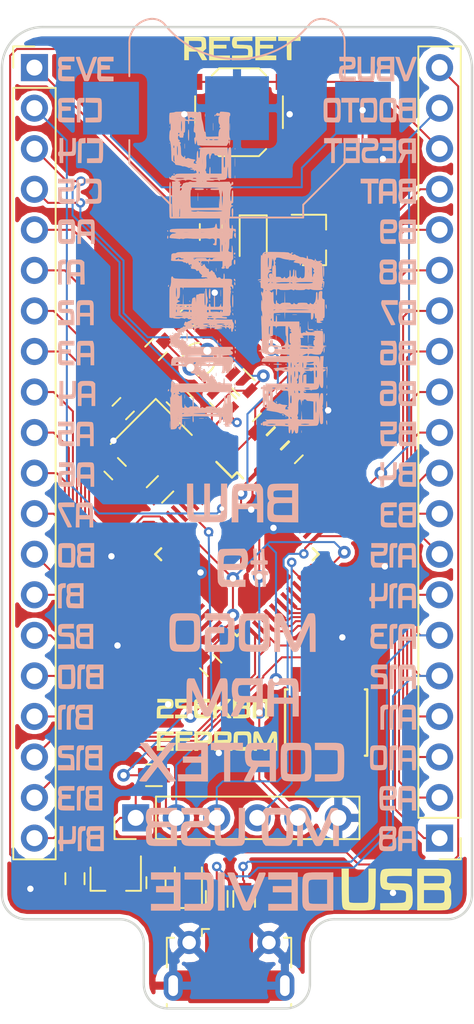
<source format=kicad_pcb>
(kicad_pcb (version 20171130) (host pcbnew "(5.0.0)")
  (layers (0 F.Cu signal) (31 B.Cu signal) (34 B.Paste user) (35 F.Paste user) (36 B.SilkS user) (37 F.SilkS user) (38 B.Mask user) (39 F.Mask user hide) (44 Edge.Cuts user))
  (net 0 "")
  (net 1 GND)
  (net 2 "Net-(BT1-Pad1)")
  (net 3 "Net-(C1-Pad1)")
  (net 4 "Net-(C2-Pad1)")
  (net 5 "Net-(C3-Pad1)")
  (net 6 "Net-(C4-Pad1)")
  (net 7 +BATT)
  (net 8 VBUS)
  (net 9 +3V3)
  (net 10 "Net-(D1-Pad1)")
  (net 11 "Net-(J1-Pad3)")
  (net 12 /OTG_SELECT)
  (net 13 "Net-(J1-Pad2)")
  (net 14 /BOOT0)
  (net 15 /SWDIO)
  (net 16 /SWCLK)
  (net 17 /_RESET)
  (net 18 /PB0)
  (net 19 /PB1)
  (net 20 /PB2)
  (net 21 /PB3)
  (net 22 /PB5)
  (net 23 /PB6)
  (net 24 /PB7)
  (net 25 /PB8)
  (net 26 /PB9)
  (net 27 /PB10)
  (net 28 /PB11)
  (net 29 /PB12)
  (net 30 /PB13)
  (net 31 /PB14)
  (net 32 /PB15)
  (net 33 /PA15)
  (net 34 /USB_D+)
  (net 35 /USB_D-)
  (net 36 /PA10)
  (net 37 /PA9)
  (net 38 /PA8)
  (net 39 /PA7)
  (net 40 /PA6)
  (net 41 /PA5)
  (net 42 /PA4)
  (net 43 /PA3)
  (net 44 /PA2)
  (net 45 /PA1)
  (net 46 /PA0)
  (net 47 /RTC_OSC_OUT)
  (net 48 /RTC_OSC_IN)
  (net 49 /PC13)
  (net 50 /OSC_IN)
  (net 51 /OSC_OUT)
  (net 52 "Net-(U2-Pad8)")
  (net 53 /PB4)
  (module Crystal:Crystal_SMD_SeikoEpson_FA238-4Pin_3.2x2.5mm (layer F.Cu) (at 75.904132 132.514497 225)
    (fp_text reference Y1 hide)
    (fp_text value Crystal_GND24 hide)
    (pad 4 smd rect (at -1.1 -0.8 225) (size 1.4 1.2) (layers F.Cu F.Paste F.Mask) (net 1 GND))
    (pad 3 smd rect (at 1.1 -0.8 225) (size 1.4 1.2) (layers F.Cu F.Paste F.Mask) (net 4 "Net-(C2-Pad1)"))
    (pad 2 smd rect (at 1.1 0.8 225) (size 1.4 1.2) (layers F.Cu F.Paste F.Mask) (net 1 GND))
    (pad 1 smd rect (at -1.1 0.8 225) (size 1.4 1.2) (layers F.Cu F.Paste F.Mask) (net 3 "Net-(C1-Pad1)"))
  )
  (module Housings_QFP:LQFP-48_7x7mm_Pitch0.5mm (layer F.Cu) (at 81.28 139.7 315)
    (fp_text reference U2 hide)
    (fp_text value STM32F072C8Tx hide)
    (pad 48 smd rect (at -2.75 -4.35 45) (size 1.3 0.25) (layers F.Cu F.Paste F.Mask) (net 9 +3V3))
    (pad 47 smd rect (at -2.25 -4.35 45) (size 1.3 0.25) (layers F.Cu F.Paste F.Mask) (net 1 GND))
    (pad 46 smd rect (at -1.749999 -4.35 45) (size 1.3 0.25) (layers F.Cu F.Paste F.Mask) (net 26 /PB9))
    (pad 45 smd rect (at -1.25 -4.35 45) (size 1.3 0.25) (layers F.Cu F.Paste F.Mask) (net 25 /PB8))
    (pad 44 smd rect (at -0.750001 -4.35 45) (size 1.3 0.25) (layers F.Cu F.Paste F.Mask) (net 14 /BOOT0))
    (pad 43 smd rect (at -0.25 -4.35 45) (size 1.3 0.25) (layers F.Cu F.Paste F.Mask) (net 24 /PB7))
    (pad 42 smd rect (at 0.25 -4.35 45) (size 1.3 0.25) (layers F.Cu F.Paste F.Mask) (net 23 /PB6))
    (pad 41 smd rect (at 0.750001 -4.35 45) (size 1.3 0.25) (layers F.Cu F.Paste F.Mask) (net 22 /PB5))
    (pad 40 smd rect (at 1.25 -4.35 45) (size 1.3 0.25) (layers F.Cu F.Paste F.Mask) (net 53 /PB4))
    (pad 39 smd rect (at 1.749999 -4.35 45) (size 1.3 0.25) (layers F.Cu F.Paste F.Mask) (net 21 /PB3))
    (pad 38 smd rect (at 2.25 -4.35 45) (size 1.3 0.25) (layers F.Cu F.Paste F.Mask) (net 33 /PA15))
    (pad 37 smd rect (at 2.75 -4.35 45) (size 1.3 0.25) (layers F.Cu F.Paste F.Mask) (net 16 /SWCLK))
    (pad 36 smd rect (at 4.35 -2.75 315) (size 1.3 0.25) (layers F.Cu F.Paste F.Mask) (net 9 +3V3))
    (pad 35 smd rect (at 4.35 -2.25 315) (size 1.3 0.25) (layers F.Cu F.Paste F.Mask) (net 1 GND))
    (pad 34 smd rect (at 4.35 -1.749999 315) (size 1.3 0.25) (layers F.Cu F.Paste F.Mask) (net 15 /SWDIO))
    (pad 33 smd rect (at 4.35 -1.25 315) (size 1.3 0.25) (layers F.Cu F.Paste F.Mask) (net 34 /USB_D+))
    (pad 32 smd rect (at 4.35 -0.750001 315) (size 1.3 0.25) (layers F.Cu F.Paste F.Mask) (net 35 /USB_D-))
    (pad 31 smd rect (at 4.35 -0.25 315) (size 1.3 0.25) (layers F.Cu F.Paste F.Mask) (net 36 /PA10))
    (pad 30 smd rect (at 4.35 0.25 315) (size 1.3 0.25) (layers F.Cu F.Paste F.Mask) (net 37 /PA9))
    (pad 29 smd rect (at 4.35 0.750001 315) (size 1.3 0.25) (layers F.Cu F.Paste F.Mask) (net 38 /PA8))
    (pad 28 smd rect (at 4.35 1.25 315) (size 1.3 0.25) (layers F.Cu F.Paste F.Mask) (net 32 /PB15))
    (pad 27 smd rect (at 4.35 1.749999 315) (size 1.3 0.25) (layers F.Cu F.Paste F.Mask) (net 31 /PB14))
    (pad 26 smd rect (at 4.35 2.25 315) (size 1.3 0.25) (layers F.Cu F.Paste F.Mask) (net 30 /PB13))
    (pad 25 smd rect (at 4.35 2.75 315) (size 1.3 0.25) (layers F.Cu F.Paste F.Mask) (net 29 /PB12))
    (pad 24 smd rect (at 2.75 4.35 45) (size 1.3 0.25) (layers F.Cu F.Paste F.Mask) (net 9 +3V3))
    (pad 23 smd rect (at 2.25 4.35 45) (size 1.3 0.25) (layers F.Cu F.Paste F.Mask) (net 1 GND))
    (pad 22 smd rect (at 1.749999 4.35 45) (size 1.3 0.25) (layers F.Cu F.Paste F.Mask) (net 28 /PB11))
    (pad 21 smd rect (at 1.25 4.35 45) (size 1.3 0.25) (layers F.Cu F.Paste F.Mask) (net 27 /PB10))
    (pad 20 smd rect (at 0.750001 4.35 45) (size 1.3 0.25) (layers F.Cu F.Paste F.Mask) (net 20 /PB2))
    (pad 19 smd rect (at 0.25 4.35 45) (size 1.3 0.25) (layers F.Cu F.Paste F.Mask) (net 19 /PB1))
    (pad 18 smd rect (at -0.25 4.35 45) (size 1.3 0.25) (layers F.Cu F.Paste F.Mask) (net 18 /PB0))
    (pad 17 smd rect (at -0.750001 4.35 45) (size 1.3 0.25) (layers F.Cu F.Paste F.Mask) (net 39 /PA7))
    (pad 16 smd rect (at -1.25 4.35 45) (size 1.3 0.25) (layers F.Cu F.Paste F.Mask) (net 40 /PA6))
    (pad 15 smd rect (at -1.749999 4.35 45) (size 1.3 0.25) (layers F.Cu F.Paste F.Mask) (net 41 /PA5))
    (pad 14 smd rect (at -2.25 4.35 45) (size 1.3 0.25) (layers F.Cu F.Paste F.Mask) (net 42 /PA4))
    (pad 13 smd rect (at -2.75 4.35 45) (size 1.3 0.25) (layers F.Cu F.Paste F.Mask) (net 43 /PA3))
    (pad 12 smd rect (at -4.35 2.75 315) (size 1.3 0.25) (layers F.Cu F.Paste F.Mask) (net 44 /PA2))
    (pad 11 smd rect (at -4.35 2.25 315) (size 1.3 0.25) (layers F.Cu F.Paste F.Mask) (net 45 /PA1))
    (pad 10 smd rect (at -4.35 1.749999 315) (size 1.3 0.25) (layers F.Cu F.Paste F.Mask) (net 46 /PA0))
    (pad 9 smd rect (at -4.35 1.25 315) (size 1.3 0.25) (layers F.Cu F.Paste F.Mask) (net 9 +3V3))
    (pad 8 smd rect (at -4.35 0.750001 315) (size 1.3 0.25) (layers F.Cu F.Paste F.Mask) (net 52 "Net-(U2-Pad8)"))
    (pad 7 smd rect (at -4.35 0.25 315) (size 1.3 0.25) (layers F.Cu F.Paste F.Mask) (net 17 /_RESET))
    (pad 6 smd rect (at -4.35 -0.25 315) (size 1.3 0.25) (layers F.Cu F.Paste F.Mask) (net 51 /OSC_OUT))
    (pad 5 smd rect (at -4.35 -0.750001 315) (size 1.3 0.25) (layers F.Cu F.Paste F.Mask) (net 50 /OSC_IN))
    (pad 4 smd rect (at -4.35 -1.25 315) (size 1.3 0.25) (layers F.Cu F.Paste F.Mask) (net 47 /RTC_OSC_OUT))
    (pad 3 smd rect (at -4.35 -1.749999 315) (size 1.3 0.25) (layers F.Cu F.Paste F.Mask) (net 48 /RTC_OSC_IN))
    (pad 2 smd rect (at -4.35 -2.25 315) (size 1.3 0.25) (layers F.Cu F.Paste F.Mask) (net 49 /PC13))
    (pad 1 smd rect (at -4.35 -2.75 315) (size 1.3 0.25) (layers F.Cu F.Paste F.Mask) (net 7 +BATT))
  )
  (module Pin_Headers:Pin_Header_Straight_1x20_Pitch2.54mm (layer F.Cu) (at 93.98 157.48 180)
    (fp_text reference J3 hide)
    (fp_text value Conn_01x20_Female hide)
    (pad 1 thru_hole rect (at 0 0 180) (size 1.7 1.7) (drill 1) (layers *.Cu *.Mask) (net 32 /PB15))
    (pad 2 thru_hole oval (at 0 2.54 180) (size 1.7 1.7) (drill 1) (layers *.Cu *.Mask) (net 38 /PA8))
    (pad 3 thru_hole oval (at 0 5.08 180) (size 1.7 1.7) (drill 1) (layers *.Cu *.Mask) (net 37 /PA9))
    (pad 4 thru_hole oval (at 0 7.62 180) (size 1.7 1.7) (drill 1) (layers *.Cu *.Mask) (net 36 /PA10))
    (pad 5 thru_hole oval (at 0 10.16 180) (size 1.7 1.7) (drill 1) (layers *.Cu *.Mask) (net 35 /USB_D-))
    (pad 6 thru_hole oval (at 0 12.7 180) (size 1.7 1.7) (drill 1) (layers *.Cu *.Mask) (net 34 /USB_D+))
    (pad 7 thru_hole oval (at 0 15.24 180) (size 1.7 1.7) (drill 1) (layers *.Cu *.Mask) (net 15 /SWDIO))
    (pad 8 thru_hole oval (at 0 17.78 180) (size 1.7 1.7) (drill 1) (layers *.Cu *.Mask) (net 16 /SWCLK))
    (pad 9 thru_hole oval (at 0 20.32 180) (size 1.7 1.7) (drill 1) (layers *.Cu *.Mask) (net 33 /PA15))
    (pad 10 thru_hole oval (at 0 22.86 180) (size 1.7 1.7) (drill 1) (layers *.Cu *.Mask) (net 21 /PB3))
    (pad 11 thru_hole oval (at 0 25.4 180) (size 1.7 1.7) (drill 1) (layers *.Cu *.Mask) (net 53 /PB4))
    (pad 12 thru_hole oval (at 0 27.94 180) (size 1.7 1.7) (drill 1) (layers *.Cu *.Mask) (net 22 /PB5))
    (pad 13 thru_hole oval (at 0 30.48 180) (size 1.7 1.7) (drill 1) (layers *.Cu *.Mask) (net 23 /PB6))
    (pad 14 thru_hole oval (at 0 33.02 180) (size 1.7 1.7) (drill 1) (layers *.Cu *.Mask) (net 24 /PB7))
    (pad 15 thru_hole oval (at 0 35.56 180) (size 1.7 1.7) (drill 1) (layers *.Cu *.Mask) (net 25 /PB8))
    (pad 16 thru_hole oval (at 0 38.1 180) (size 1.7 1.7) (drill 1) (layers *.Cu *.Mask) (net 26 /PB9))
    (pad 17 thru_hole oval (at 0 40.64 180) (size 1.7 1.7) (drill 1) (layers *.Cu *.Mask) (net 7 +BATT))
    (pad 18 thru_hole oval (at 0 43.18 180) (size 1.7 1.7) (drill 1) (layers *.Cu *.Mask) (net 17 /_RESET))
    (pad 19 thru_hole oval (at 0 45.72 180) (size 1.7 1.7) (drill 1) (layers *.Cu *.Mask) (net 14 /BOOT0))
    (pad 20 thru_hole oval (at 0 48.26 180) (size 1.7 1.7) (drill 1) (layers *.Cu *.Mask) (net 8 VBUS))
  )
  (module Battery:BatteryHolder_Keystone_3000_1x12mm (layer B.Cu) (at 81.28 111.76)
    (fp_text reference BT1 hide)
    (fp_text value Battery_Cell hide)
    (pad 2 smd rect (at 0 0) (size 4 4) (layers B.Cu B.Mask) (net 1 GND))
    (pad 1 smd rect (at 7.9 0) (size 3.5 3.3) (layers B.Cu B.Paste B.Mask) (net 2 "Net-(BT1-Pad1)"))
    (pad 1 smd rect (at -7.9 0) (size 3.5 3.3) (layers B.Cu B.Paste B.Mask) (net 2 "Net-(BT1-Pad1)"))
  )
  (module Capacitors_SMD:C_0603 (layer F.Cu) (at 74.14567 130.57833 225)
    (fp_text reference C1 hide)
    (fp_text value C hide)
    (pad 1 smd rect (at -0.75 0 225) (size 0.8 0.75) (layers F.Cu F.Paste F.Mask) (net 3 "Net-(C1-Pad1)"))
    (pad 2 smd rect (at 0.75 0 225) (size 0.8 0.75) (layers F.Cu F.Paste F.Mask) (net 1 GND))
  )
  (module Capacitors_SMD:C_0603 (layer F.Cu) (at 73.63767 134.34367 135)
    (fp_text reference C2 hide)
    (fp_text value C hide)
    (pad 2 smd rect (at 0.75 0 135) (size 0.8 0.75) (layers F.Cu F.Paste F.Mask) (net 1 GND))
    (pad 1 smd rect (at -0.75 0 135) (size 0.8 0.75) (layers F.Cu F.Paste F.Mask) (net 4 "Net-(C2-Pad1)"))
  )
  (module Capacitors_SMD:C_0603 (layer F.Cu) (at 76.2 126.873 225)
    (fp_text reference C3 hide)
    (fp_text value C hide)
    (pad 2 smd rect (at 0.75 0 225) (size 0.8 0.75) (layers F.Cu F.Paste F.Mask) (net 1 GND))
    (pad 1 smd rect (at -0.75 0 225) (size 0.8 0.75) (layers F.Cu F.Paste F.Mask) (net 5 "Net-(C3-Pad1)"))
  )
  (module Capacitors_SMD:C_0603 (layer F.Cu) (at 78.244 124.841 45)
    (fp_text reference C4 hide)
    (fp_text value C hide)
    (pad 1 smd rect (at -0.75 0 45) (size 0.8 0.75) (layers F.Cu F.Paste F.Mask) (net 6 "Net-(C4-Pad1)"))
    (pad 2 smd rect (at 0.75 0 45) (size 0.8 0.75) (layers F.Cu F.Paste F.Mask) (net 1 GND))
  )
  (module Capacitors_SMD:C_0603 (layer F.Cu) (at 82.95333 131.54967 45)
    (fp_text reference C5 hide)
    (fp_text value C hide)
    (pad 2 smd rect (at 0.75 0 45) (size 0.8 0.75) (layers F.Cu F.Paste F.Mask) (net 1 GND))
    (pad 1 smd rect (at -0.75 0 45) (size 0.8 0.75) (layers F.Cu F.Paste F.Mask) (net 7 +BATT))
  )
  (module Capacitors_SMD:C_0603 (layer F.Cu) (at 83.84233 132.43867 45)
    (fp_text reference C6 hide)
    (fp_text value C hide)
    (pad 1 smd rect (at -0.75 0 45) (size 0.8 0.75) (layers F.Cu F.Paste F.Mask) (net 7 +BATT))
    (pad 2 smd rect (at 0.75 0 45) (size 0.8 0.75) (layers F.Cu F.Paste F.Mask) (net 1 GND))
  )
  (module Capacitors_SMD:C_0603 (layer F.Cu) (at 76.2 160.274 90)
    (fp_text reference C7 hide)
    (fp_text value C hide)
    (pad 1 smd rect (at -0.75 0 90) (size 0.8 0.75) (layers F.Cu F.Paste F.Mask) (net 8 VBUS))
    (pad 2 smd rect (at 0.75 0 90) (size 0.8 0.75) (layers F.Cu F.Paste F.Mask) (net 1 GND))
  )
  (module Capacitors_SMD:C_0603 (layer F.Cu) (at 84.73133 133.32767 45)
    (fp_text reference C8 hide)
    (fp_text value C hide)
    (pad 2 smd rect (at 0.75 0 45) (size 0.8 0.75) (layers F.Cu F.Paste F.Mask) (net 1 GND))
    (pad 1 smd rect (at -0.75 0 45) (size 0.8 0.75) (layers F.Cu F.Paste F.Mask) (net 9 +3V3))
  )
  (module Capacitors_SMD:C_0603 (layer F.Cu) (at 79.629 146.66267 315)
    (fp_text reference C9 hide)
    (fp_text value C hide)
    (pad 1 smd rect (at -0.75 0 315) (size 0.8 0.75) (layers F.Cu F.Paste F.Mask) (net 9 +3V3))
    (pad 2 smd rect (at 0.75 0 315) (size 0.8 0.75) (layers F.Cu F.Paste F.Mask) (net 1 GND))
  )
  (module Capacitors_SMD:C_0603 (layer F.Cu) (at 71.12 160.02 270)
    (fp_text reference C10 hide)
    (fp_text value C hide)
    (pad 2 smd rect (at 0.75 0 270) (size 0.8 0.75) (layers F.Cu F.Paste F.Mask) (net 1 GND))
    (pad 1 smd rect (at -0.75 0 270) (size 0.8 0.75) (layers F.Cu F.Paste F.Mask) (net 9 +3V3))
  )
  (module Diodes_SMD:D_SOD-323F (layer F.Cu) (at 78.232 160.358 90)
    (fp_text reference D1 hide)
    (fp_text value DIODE hide)
    (pad 1 smd rect (at -1.1 0 90) (size 0.5 0.5) (layers F.Cu F.Paste F.Mask) (net 10 "Net-(D1-Pad1)"))
    (pad 2 smd rect (at 1.1 0 90) (size 0.5 0.5) (layers F.Cu F.Paste F.Mask) (net 8 VBUS))
  )
  (module Diodes_SMD:D_SOD-323F (layer F.Cu) (at 82.296 119.971999 270)
    (fp_text reference D2 hide)
    (fp_text value DIODE hide)
    (pad 2 smd rect (at 1.099999 0 270) (size 0.5 0.5) (layers F.Cu F.Paste F.Mask) (net 7 +BATT))
    (pad 1 smd rect (at -1.099999 0 270) (size 0.5 0.5) (layers F.Cu F.Paste F.Mask) (net 9 +3V3))
  )
  (module Connectors_USB:USB_Micro-B_Molex-105017-0001 (layer F.Cu) (at 80.78 166.37)
    (fp_text reference J1 hide)
    (fp_text value USB_OTG hide)
    (pad 6 smd rect (at -2.9 0.35) (size 1.2 1.9) (layers F.Cu F.Mask) (net 1 GND))
    (pad 6 smd rect (at 2.9 0.35) (size 1.2 1.9) (layers F.Cu F.Mask) (net 1 GND))
    (pad 6 thru_hole oval (at 3.5 0.35) (size 1.2 1.9) (drill oval 0.6 1.3) (layers *.Cu *.Mask) (net 1 GND))
    (pad 6 thru_hole oval (at -3.5 0.35 180) (size 1.2 1.9) (drill oval 0.6 1.3) (layers *.Cu *.Mask) (net 1 GND))
    (pad 6 smd rect (at -1 0.35) (size 1.5 1.9) (layers F.Cu F.Paste F.Mask) (net 1 GND))
    (pad 6 thru_hole circle (at 2.5 -2.35) (size 1.45 1.45) (drill 0.85) (layers *.Cu *.Mask) (net 1 GND))
    (pad 3 smd rect (at 0 -2.35) (size 0.4 1.35) (layers F.Cu F.Paste F.Mask) (net 11 "Net-(J1-Pad3)"))
    (pad 4 smd rect (at 0.65 -2.35) (size 0.4 1.35) (layers F.Cu F.Paste F.Mask) (net 12 /OTG_SELECT))
    (pad 5 smd rect (at 1.3 -2.35) (size 0.4 1.35) (layers F.Cu F.Paste F.Mask) (net 1 GND))
    (pad 1 smd rect (at -1.3 -2.35) (size 0.4 1.35) (layers F.Cu F.Paste F.Mask) (net 10 "Net-(D1-Pad1)"))
    (pad 2 smd rect (at -0.65 -2.35) (size 0.4 1.35) (layers F.Cu F.Paste F.Mask) (net 13 "Net-(J1-Pad2)"))
    (pad 6 thru_hole circle (at -2.5 -2.35) (size 1.45 1.45) (drill 0.85) (layers *.Cu *.Mask) (net 1 GND))
    (pad 6 smd rect (at 1 0.35) (size 1.5 1.9) (layers F.Cu F.Paste F.Mask) (net 1 GND))
  )
  (module Pin_Headers:Pin_Header_Straight_1x20_Pitch2.54mm (layer F.Cu) (at 68.58 109.22)
    (fp_text reference J4 hide)
    (fp_text value Conn_01x20_Female hide)
    (pad 20 thru_hole oval (at 0 48.26) (size 1.7 1.7) (drill 1) (layers *.Cu *.Mask) (net 31 /PB14))
    (pad 19 thru_hole oval (at 0 45.72) (size 1.7 1.7) (drill 1) (layers *.Cu *.Mask) (net 30 /PB13))
    (pad 18 thru_hole oval (at 0 43.18) (size 1.7 1.7) (drill 1) (layers *.Cu *.Mask) (net 29 /PB12))
    (pad 17 thru_hole oval (at 0 40.64) (size 1.7 1.7) (drill 1) (layers *.Cu *.Mask) (net 28 /PB11))
    (pad 16 thru_hole oval (at 0 38.1) (size 1.7 1.7) (drill 1) (layers *.Cu *.Mask) (net 27 /PB10))
    (pad 15 thru_hole oval (at 0 35.56) (size 1.7 1.7) (drill 1) (layers *.Cu *.Mask) (net 20 /PB2))
    (pad 14 thru_hole oval (at 0 33.02) (size 1.7 1.7) (drill 1) (layers *.Cu *.Mask) (net 19 /PB1))
    (pad 13 thru_hole oval (at 0 30.48) (size 1.7 1.7) (drill 1) (layers *.Cu *.Mask) (net 18 /PB0))
    (pad 12 thru_hole oval (at 0 27.94) (size 1.7 1.7) (drill 1) (layers *.Cu *.Mask) (net 39 /PA7))
    (pad 11 thru_hole oval (at 0 25.4) (size 1.7 1.7) (drill 1) (layers *.Cu *.Mask) (net 40 /PA6))
    (pad 10 thru_hole oval (at 0 22.86) (size 1.7 1.7) (drill 1) (layers *.Cu *.Mask) (net 41 /PA5))
    (pad 9 thru_hole oval (at 0 20.32) (size 1.7 1.7) (drill 1) (layers *.Cu *.Mask) (net 42 /PA4))
    (pad 8 thru_hole oval (at 0 17.78) (size 1.7 1.7) (drill 1) (layers *.Cu *.Mask) (net 43 /PA3))
    (pad 7 thru_hole oval (at 0 15.24) (size 1.7 1.7) (drill 1) (layers *.Cu *.Mask) (net 44 /PA2))
    (pad 6 thru_hole oval (at 0 12.7) (size 1.7 1.7) (drill 1) (layers *.Cu *.Mask) (net 45 /PA1))
    (pad 5 thru_hole oval (at 0 10.16) (size 1.7 1.7) (drill 1) (layers *.Cu *.Mask) (net 46 /PA0))
    (pad 4 thru_hole oval (at 0 7.62) (size 1.7 1.7) (drill 1) (layers *.Cu *.Mask) (net 47 /RTC_OSC_OUT))
    (pad 3 thru_hole oval (at 0 5.08) (size 1.7 1.7) (drill 1) (layers *.Cu *.Mask) (net 48 /RTC_OSC_IN))
    (pad 2 thru_hole oval (at 0 2.54) (size 1.7 1.7) (drill 1) (layers *.Cu *.Mask) (net 49 /PC13))
    (pad 1 thru_hole rect (at 0 0) (size 1.7 1.7) (drill 1) (layers *.Cu *.Mask) (net 9 +3V3))
  )
  (module TO_SOT_Packages_SMD:SOT-23 (layer F.Cu) (at 86.106 120.015)
    (fp_text reference Q1 hide)
    (fp_text value Q_PMOS_GDS hide)
    (pad 1 smd rect (at -1 -0.95) (size 0.9 0.8) (layers F.Cu F.Paste F.Mask) (net 9 +3V3))
    (pad 2 smd rect (at -1 0.95) (size 0.9 0.8) (layers F.Cu F.Paste F.Mask) (net 7 +BATT))
    (pad 3 smd rect (at 1 0) (size 0.9 0.8) (layers F.Cu F.Paste F.Mask) (net 2 "Net-(BT1-Pad1)"))
  )
  (module Resistors_SMD:R_0603 (layer F.Cu) (at 77.70167 130.048 135)
    (fp_text reference R1 hide)
    (fp_text value R hide)
    (pad 2 smd rect (at 0.75 0 135) (size 0.5 0.9) (layers F.Cu F.Paste F.Mask) (net 3 "Net-(C1-Pad1)"))
    (pad 1 smd rect (at -0.75 0 135) (size 0.5 0.9) (layers F.Cu F.Paste F.Mask) (net 50 /OSC_IN))
  )
  (module Resistors_SMD:R_0603 (layer F.Cu) (at 76.454 135.636 225)
    (fp_text reference R2 hide)
    (fp_text value R hide)
    (pad 1 smd rect (at -0.75 0 225) (size 0.5 0.9) (layers F.Cu F.Paste F.Mask) (net 51 /OSC_OUT))
    (pad 2 smd rect (at 0.75 0 225) (size 0.5 0.9) (layers F.Cu F.Paste F.Mask) (net 4 "Net-(C2-Pad1)"))
  )
  (module Resistors_SMD:R_0603 (layer F.Cu) (at 81.73 161.29 270)
    (fp_text reference R3 hide)
    (fp_text value R hide)
    (pad 1 smd rect (at -0.75 0 270) (size 0.5 0.9) (layers F.Cu F.Paste F.Mask) (net 34 /USB_D+))
    (pad 2 smd rect (at 0.75 0 270) (size 0.5 0.9) (layers F.Cu F.Paste F.Mask) (net 11 "Net-(J1-Pad3)"))
  )
  (module Resistors_SMD:R_0603 (layer F.Cu) (at 80.01 161.29 270)
    (fp_text reference R4 hide)
    (fp_text value R hide)
    (pad 2 smd rect (at 0.75 0 270) (size 0.5 0.9) (layers F.Cu F.Paste F.Mask) (net 13 "Net-(J1-Pad2)"))
    (pad 1 smd rect (at -0.75 0 270) (size 0.5 0.9) (layers F.Cu F.Paste F.Mask) (net 35 /USB_D-))
  )
  (module Resistors_SMD:R_0603 (layer F.Cu) (at 80.391 130.07033 135)
    (fp_text reference R5 hide)
    (fp_text value R hide)
    (pad 1 smd rect (at -0.75 0 135) (size 0.5 0.9) (layers F.Cu F.Paste F.Mask) (net 48 /RTC_OSC_IN))
    (pad 2 smd rect (at 0.75 0 135) (size 0.5 0.9) (layers F.Cu F.Paste F.Mask) (net 5 "Net-(C3-Pad1)"))
  )
  (module Resistors_SMD:R_0603 (layer F.Cu) (at 81.55633 128.92733 135)
    (fp_text reference R6 hide)
    (fp_text value R hide)
    (pad 2 smd rect (at 0.75 0 135) (size 0.5 0.9) (layers F.Cu F.Paste F.Mask) (net 6 "Net-(C4-Pad1)"))
    (pad 1 smd rect (at -0.75 0 135) (size 0.5 0.9) (layers F.Cu F.Paste F.Mask) (net 47 /RTC_OSC_OUT))
  )
  (module Resistors_SMD:R_0603 (layer F.Cu) (at 76.073 153.543)
    (fp_text reference R7 hide)
    (fp_text value R hide)
    (pad 2 smd rect (at 0.75 0) (size 0.5 0.9) (layers F.Cu F.Paste F.Mask) (net 17 /_RESET))
    (pad 1 smd rect (at -0.75 0) (size 0.5 0.9) (layers F.Cu F.Paste F.Mask) (net 9 +3V3))
  )
  (module Resistors_SMD:R_0603 (layer F.Cu) (at 79.629 119.519 270)
    (fp_text reference R8 hide)
    (fp_text value R hide)
    (pad 1 smd rect (at -0.75 0 270) (size 0.5 0.9) (layers F.Cu F.Paste F.Mask) (net 9 +3V3))
    (pad 2 smd rect (at 0.75 0 270) (size 0.5 0.9) (layers F.Cu F.Paste F.Mask) (net 1 GND))
  )
  (module Housings_SOIC:SOIC-8_3.9x4.9mm_Pitch1.27mm (layer F.Cu) (at 86.868 150.241 90)
    (fp_text reference U1 hide)
    (fp_text value CAT24C256 hide)
    (pad 8 smd rect (at 2.7 -1.905 90) (size 1.55 0.6) (layers F.Cu F.Paste F.Mask) (net 9 +3V3))
    (pad 7 smd rect (at 2.7 -0.635 90) (size 1.55 0.6) (layers F.Cu F.Paste F.Mask) (net 1 GND))
    (pad 6 smd rect (at 2.7 0.635 90) (size 1.55 0.6) (layers F.Cu F.Paste F.Mask) (net 31 /PB14))
    (pad 5 smd rect (at 2.7 1.905 90) (size 1.55 0.6) (layers F.Cu F.Paste F.Mask) (net 30 /PB13))
    (pad 4 smd rect (at -2.7 1.905 90) (size 1.55 0.6) (layers F.Cu F.Paste F.Mask) (net 1 GND))
    (pad 3 smd rect (at -2.7 0.635 90) (size 1.55 0.6) (layers F.Cu F.Paste F.Mask) (net 1 GND))
    (pad 2 smd rect (at -2.7 -0.635 90) (size 1.55 0.6) (layers F.Cu F.Paste F.Mask) (net 1 GND))
    (pad 1 smd rect (at -2.7 -1.905 90) (size 1.55 0.6) (layers F.Cu F.Paste F.Mask) (net 1 GND))
  )
  (module TO_SOT_Packages_SMD:SOT-23 (layer F.Cu) (at 73.676 160.02 270)
    (fp_text reference U3 hide)
    (fp_text value AP7333-33SRG-7 hide)
    (pad 3 smd rect (at 1 0 270) (size 0.9 0.8) (layers F.Cu F.Paste F.Mask) (net 8 VBUS))
    (pad 2 smd rect (at -1 0.95 270) (size 0.9 0.8) (layers F.Cu F.Paste F.Mask) (net 9 +3V3))
    (pad 1 smd rect (at -1 -0.95 270) (size 0.9 0.8) (layers F.Cu F.Paste F.Mask) (net 1 GND))
  )
  (module Crystals:Crystal_Round_d1.0mm_Vertical (layer F.Cu) (at 78.359 128.016 45)
    (fp_text reference Y2 hide)
    (fp_text value "Crystal 32.76 Khz" hide)
    (pad 2 thru_hole circle (at 1.5 0 45) (size 1 1) (drill 0.5) (layers *.Cu *.Mask) (net 6 "Net-(C4-Pad1)"))
    (pad 1 thru_hole circle (at 0 0 45) (size 1 1) (drill 0.5) (layers *.Cu *.Mask) (net 5 "Net-(C3-Pad1)"))
  )
  (module Button_Switch_SMD:SW_SPST_TL3342 (layer F.Cu) (at 81.407 112.014 180)
    (fp_text reference SW1 hide)
    (fp_text value SW_Push hide)
    (pad 1 smd rect (at -3.15 -1.9 180) (size 1.7 1) (layers F.Cu F.Paste F.Mask) (net 1 GND))
    (pad 1 smd rect (at 3.15 -1.9 180) (size 1.7 1) (layers F.Cu F.Paste F.Mask) (net 1 GND))
    (pad 2 smd rect (at -3.15 1.9 180) (size 1.7 1) (layers F.Cu F.Paste F.Mask) (net 17 /_RESET))
    (pad 2 smd rect (at 3.15 1.9 180) (size 1.7 1) (layers F.Cu F.Paste F.Mask) (net 17 /_RESET))
  )
  (module Connector_PinHeader_2.54mm:PinHeader_1x06_P2.54mm_Vertical (layer F.Cu) (at 74.93 156.21 90)
    (fp_text reference J2 hide)
    (fp_text value Conn_01x06_Female hide)
    (pad 1 thru_hole rect (at 0 0 90) (size 1.7 1.7) (drill 1) (layers *.Cu *.Mask) (net 9 +3V3))
    (pad 2 thru_hole oval (at 0 2.54 90) (size 1.7 1.7) (drill 1) (layers *.Cu *.Mask) (net 17 /_RESET))
    (pad 3 thru_hole oval (at 0 5.08 90) (size 1.7 1.7) (drill 1) (layers *.Cu *.Mask) (net 16 /SWCLK))
    (pad 4 thru_hole oval (at 0 7.62 90) (size 1.7 1.7) (drill 1) (layers *.Cu *.Mask) (net 15 /SWDIO))
    (pad 5 thru_hole oval (at 0 10.16 90) (size 1.7 1.7) (drill 1) (layers *.Cu *.Mask) (net 14 /BOOT0))
    (pad 6 thru_hole oval (at 0 12.7 90) (size 1.7 1.7) (drill 1) (layers *.Cu *.Mask) (net 1 GND))
  )
  (module artworkAndSilks:BOTSILK (layer B.Cu) (at 81.3 135.28 180)
    (fp_text reference G*** hide)
    (fp_text value LOGO hide)
  )
  (module artworkAndSilks:BTOPSILK (layer F.Cu) (at 85.55 134.63)
    (fp_text reference G*** hide)
    (fp_text value LOGO hide)
  )
  (gr_line (start 94.488 162.56) (end 87.376 162.56) (layer Edge.Cuts) (width 0.15))
  (gr_arc (start 94.488 161.036) (end 94.488 162.56) (angle -90) (layer Edge.Cuts) (width 0.15))
  (gr_arc (start 93.472 109.22) (end 96.012 109.22) (angle -90) (layer Edge.Cuts) (width 0.15))
  (gr_line (start 66.548 151.13) (end 66.548 109.22) (layer Edge.Cuts) (width 0.15))
  (gr_line (start 66.548 161.036) (end 66.548 151.13) (layer Edge.Cuts) (width 0.15))
  (gr_line (start 68.58 162.56) (end 68.072 162.56) (layer Edge.Cuts) (width 0.15))
  (gr_line (start 76.962 168.148) (end 84.328 168.148) (layer Edge.Cuts) (width 0.15))
  (gr_arc (start 68.072 161.036) (end 66.548 161.036) (angle -90) (layer Edge.Cuts) (width 0.15))
  (gr_line (start 73.914 162.56) (end 68.58 162.56) (layer Edge.Cuts) (width 0.15))
  (gr_line (start 75.438 164.084) (end 75.438 166.624) (layer Edge.Cuts) (width 0.15))
  (gr_arc (start 73.914 164.084) (end 75.438 164.084) (angle -90) (layer Edge.Cuts) (width 0.15))
  (gr_arc (start 76.962 166.624) (end 75.438 166.624) (angle -90) (layer Edge.Cuts) (width 0.15))
  (gr_arc (start 87.376 164.084) (end 87.376 162.56) (angle -90) (layer Edge.Cuts) (width 0.15))
  (gr_line (start 85.852 166.624) (end 85.852 164.084) (layer Edge.Cuts) (width 0.15))
  (gr_arc (start 84.328 166.624) (end 84.328 168.148) (angle -90) (layer Edge.Cuts) (width 0.15))
  (gr_arc (start 69.088 109.22) (end 69.088 106.68) (angle -90) (layer Edge.Cuts) (width 0.15))
  (gr_line (start 96.012 159.258) (end 96.012 161.036) (layer Edge.Cuts) (width 0.15))
  (gr_line (start 96.012 109.22) (end 96.012 159.258) (layer Edge.Cuts) (width 0.15))
  (gr_line (start 69.088 106.68) (end 93.472 106.68) (layer Edge.Cuts) (width 0.15))
  (via (at 76.962 149.098) (size 0.8) (drill 0.4) (layers F.Cu B.Cu) (net 1))
  (via (at 80.137 152.146) (size 0.8) (drill 0.4) (layers F.Cu B.Cu) (net 1))
  (via (at 73.787 145.415) (size 0.8) (drill 0.4) (layers F.Cu B.Cu) (net 1))
  (via (at 78.994 140.843) (size 0.8) (drill 0.4) (layers F.Cu B.Cu) (net 1))
  (via (at 90.551 140.462) (size 0.8) (drill 0.4) (layers F.Cu B.Cu) (net 1))
  (via (at 87.884 144.907) (size 0.8) (drill 0.4) (layers F.Cu B.Cu) (net 1))
  (via (at 91.059 160.909) (size 0.8) (drill 0.4) (layers F.Cu B.Cu) (net 1))
  (via (at 68.326 160.655) (size 0.8) (drill 0.4) (layers F.Cu B.Cu) (net 1))
  (segment (start 90.151001 140.861999) (end 90.551 140.462) (width 0.127) (layer F.Cu) (net 1))
  (segment (start 89.15401 141.85899) (end 90.151001 140.861999) (width 0.127) (layer F.Cu) (net 1))
  (segment (start 86.620971 141.85899) (end 89.15401 141.85899) (width 0.127) (layer F.Cu) (net 1))
  (segment (start 85.946905 141.184924) (end 86.620971 141.85899) (width 0.127) (layer F.Cu) (net 1))
  (via (at 73.406 139.827) (size 0.8) (drill 0.4) (layers F.Cu B.Cu) (net 1))
  (via (at 73.533 132.588) (size 0.8) (drill 0.4) (layers F.Cu B.Cu) (net 1))
  (via (at 86.995 130.683) (size 0.8) (drill 0.4) (layers F.Cu B.Cu) (net 1))
  (via (at 79.883 123.317) (size 0.8) (drill 0.4) (layers F.Cu B.Cu) (net 1))
  (via (at 83.566 138.049) (size 0.8) (drill 0.4) (layers F.Cu B.Cu) (net 1))
  (via (at 82.169 136.906) (size 0.8) (drill 0.4) (layers F.Cu B.Cu) (net 1))
  (via (at 77.978 112.141) (size 0.8) (drill 0.4) (layers F.Cu B.Cu) (net 1))
  (via (at 84.582 112.141) (size 0.8) (drill 0.4) (layers F.Cu B.Cu) (net 1))
  (via (at 90.424 114.935) (size 0.8) (drill 0.4) (layers F.Cu B.Cu) (net 1))
  (segment (start 82.764924 135.033095) (end 82.234595 135.563424) (width 0.127) (layer F.Cu) (net 1))
  (segment (start 82.25296 135.581789) (end 82.25296 136.10096) (width 0.127) (layer F.Cu) (net 1))
  (segment (start 82.234595 135.563424) (end 82.25296 135.581789) (width 0.127) (layer F.Cu) (net 1))
  (segment (start 82.25296 136.10096) (end 82.296 136.144) (width 0.127) (layer F.Cu) (net 1))
  (segment (start 82.296 136.144) (end 82.296 136.271) (width 0.127) (layer F.Cu) (net 1))
  (segment (start 82.169 136.340315) (end 82.169 136.906) (width 0.127) (layer F.Cu) (net 1))
  (segment (start 82.238315 136.271) (end 82.169 136.340315) (width 0.127) (layer F.Cu) (net 1))
  (segment (start 82.296 136.271) (end 82.238315 136.271) (width 0.127) (layer F.Cu) (net 1))
  (segment (start 87.106 119.488) (end 89.154 117.44) (width 0.127) (layer F.Cu) (net 2))
  (segment (start 87.106 120.015) (end 87.106 119.488) (width 0.127) (layer F.Cu) (net 2))
  (segment (start 89.154 117.44) (end 89.154 111.887) (width 0.127) (layer F.Cu) (net 2))
  (segment (start 89.154 111.887) (end 89.154 111.887) (width 0.127) (layer F.Cu) (net 2))
  (via (at 89.154 111.887) (size 0.8) (drill 0.4) (layers F.Cu B.Cu) (net 2))
  (segment (start 89.08 111.76) (end 89.18 111.76) (width 0.127) (layer B.Cu) (net 2))
  (segment (start 85.344 115.496) (end 89.08 111.76) (width 0.127) (layer B.Cu) (net 2))
  (segment (start 85.344 116.713) (end 85.344 115.496) (width 0.127) (layer B.Cu) (net 2))
  (segment (start 76.556 116.713) (end 85.344 116.713) (width 0.127) (layer B.Cu) (net 2))
  (segment (start 73.38 113.537) (end 76.556 116.713) (width 0.127) (layer B.Cu) (net 2))
  (segment (start 73.38 111.76) (end 73.38 113.537) (width 0.127) (layer B.Cu) (net 2))
  (segment (start 76.116264 131.170994) (end 76.116264 130.512736) (width 0.127) (layer F.Cu) (net 3))
  (segment (start 76.116264 130.512736) (end 76.327 130.302) (width 0.127) (layer F.Cu) (net 3))
  (segment (start 76.38701 130.302) (end 77.17134 129.51767) (width 0.127) (layer F.Cu) (net 3))
  (segment (start 76.327 130.302) (end 76.38701 130.302) (width 0.127) (layer F.Cu) (net 3))
  (segment (start 74.99327 130.048) (end 74.676 130.048) (width 0.127) (layer F.Cu) (net 3))
  (segment (start 76.116264 131.170994) (end 74.99327 130.048) (width 0.127) (layer F.Cu) (net 3))
  (segment (start 75.184 133.858) (end 75.692 133.858) (width 0.127) (layer F.Cu) (net 4))
  (segment (start 74.168 134.874) (end 75.184 133.858) (width 0.127) (layer F.Cu) (net 4))
  (segment (start 75.92367 134.08967) (end 75.692 133.858) (width 0.127) (layer F.Cu) (net 4))
  (segment (start 75.92367 136.16633) (end 75.92367 134.08967) (width 0.127) (layer F.Cu) (net 4))
  (segment (start 78.359 128.03833) (end 78.359 128.016) (width 0.127) (layer F.Cu) (net 5))
  (segment (start 79.86067 129.54) (end 78.359 128.03833) (width 0.127) (layer F.Cu) (net 5))
  (segment (start 76.73033 126.38733) (end 76.73033 126.34267) (width 0.127) (layer F.Cu) (net 5))
  (segment (start 78.359 128.016) (end 76.73033 126.38733) (width 0.127) (layer F.Cu) (net 5))
  (segment (start 79.58434 126.95534) (end 79.41966 126.95534) (width 0.127) (layer F.Cu) (net 6))
  (segment (start 81.026 128.397) (end 79.58434 126.95534) (width 0.127) (layer F.Cu) (net 6))
  (segment (start 77.83565 125.37133) (end 77.71367 125.37133) (width 0.127) (layer F.Cu) (net 6))
  (segment (start 79.41966 126.95534) (end 77.83565 125.37133) (width 0.127) (layer F.Cu) (net 6))
  (segment (start 80.148629 134.354371) (end 82.423 132.08) (width 0.127) (layer F.Cu) (net 7))
  (segment (start 80.148629 134.679542) (end 80.148629 134.354371) (width 0.127) (layer F.Cu) (net 7))
  (segment (start 82.423 132.08) (end 83.312 132.969) (width 0.127) (layer F.Cu) (net 7))
  (segment (start 85.106 127.873) (end 85.106 120.965) (width 0.127) (layer F.Cu) (net 7))
  (segment (start 82.423 132.08) (end 82.423 130.556) (width 0.127) (layer F.Cu) (net 7))
  (segment (start 82.423 130.556) (end 85.106 127.873) (width 0.127) (layer F.Cu) (net 7))
  (segment (start 85.106 120.965) (end 88.712 120.965) (width 0.127) (layer F.Cu) (net 7))
  (segment (start 92.777919 116.84) (end 93.98 116.84) (width 0.127) (layer F.Cu) (net 7))
  (segment (start 88.712 120.905919) (end 92.777919 116.84) (width 0.127) (layer F.Cu) (net 7))
  (segment (start 88.712 120.965) (end 88.712 120.905919) (width 0.127) (layer F.Cu) (net 7))
  (segment (start 82.402998 120.965) (end 82.296 121.071998) (width 0.127) (layer F.Cu) (net 7))
  (segment (start 85.106 120.965) (end 82.402998 120.965) (width 0.127) (layer F.Cu) (net 7))
  (segment (start 76.702 161.024) (end 76.2 161.024) (width 0.127) (layer F.Cu) (net 8))
  (segment (start 76.843 161.024) (end 76.702 161.024) (width 0.127) (layer F.Cu) (net 8))
  (segment (start 78.232 159.635) (end 76.843 161.024) (width 0.127) (layer F.Cu) (net 8))
  (segment (start 78.232 159.258) (end 78.232 159.635) (width 0.127) (layer F.Cu) (net 8))
  (segment (start 73.68 161.024) (end 73.676 161.02) (width 0.127) (layer F.Cu) (net 8))
  (segment (start 76.2 161.024) (end 73.68 161.024) (width 0.127) (layer F.Cu) (net 8))
  (segment (start 78.609 159.258) (end 78.232 159.258) (width 0.127) (layer F.Cu) (net 8))
  (segment (start 79.498 158.369) (end 78.609 159.258) (width 0.127) (layer F.Cu) (net 8))
  (segment (start 93.98 109.22) (end 95.147501 110.387501) (width 0.127) (layer F.Cu) (net 8))
  (segment (start 95.147501 110.387501) (end 95.147501 158.584001) (width 0.127) (layer F.Cu) (net 8))
  (segment (start 95.147501 158.584001) (end 94.600502 159.131) (width 0.127) (layer F.Cu) (net 8))
  (segment (start 94.600502 159.131) (end 88.9 159.131) (width 0.127) (layer F.Cu) (net 8))
  (segment (start 88.9 159.131) (end 88.138 158.369) (width 0.127) (layer F.Cu) (net 8))
  (segment (start 88.138 158.369) (end 79.498 158.369) (width 0.127) (layer F.Cu) (net 8))
  (via (at 81.534 135.89) (size 0.8) (drill 0.4) (layers F.Cu B.Cu) (net 9))
  (segment (start 83.57067 133.858) (end 84.201 133.858) (width 0.127) (layer F.Cu) (net 9))
  (segment (start 82.956136 133.858) (end 83.57067 133.858) (width 0.127) (layer F.Cu) (net 9))
  (segment (start 82.411371 134.402765) (end 82.956136 133.858) (width 0.127) (layer F.Cu) (net 9))
  (segment (start 82.411371 134.679542) (end 82.411371 134.402765) (width 0.127) (layer F.Cu) (net 9))
  (segment (start 72.476 159.27) (end 72.726 159.02) (width 0.127) (layer F.Cu) (net 9))
  (segment (start 71.12 159.27) (end 72.476 159.27) (width 0.127) (layer F.Cu) (net 9))
  (segment (start 73.953 156.21) (end 74.93 156.21) (width 0.127) (layer F.Cu) (net 9))
  (segment (start 72.726 157.437) (end 73.953 156.21) (width 0.127) (layer F.Cu) (net 9))
  (segment (start 72.726 159.02) (end 72.726 157.437) (width 0.127) (layer F.Cu) (net 9))
  (segment (start 74.93 156.21) (end 74.93 154.813) (width 0.127) (layer F.Cu) (net 9))
  (segment (start 75.323 154.42) (end 75.323 153.543) (width 0.127) (layer F.Cu) (net 9))
  (segment (start 74.93 154.813) (end 75.323 154.42) (width 0.127) (layer F.Cu) (net 9))
  (segment (start 80.148629 145.082381) (end 80.148629 144.720458) (width 0.127) (layer F.Cu) (net 9))
  (segment (start 79.09867 146.13234) (end 80.148629 145.082381) (width 0.127) (layer F.Cu) (net 9))
  (segment (start 84.963 147.541) (end 83.726 147.541) (width 0.127) (layer F.Cu) (net 9))
  (segment (start 81.026 143.51) (end 81.026 143.51) (width 0.127) (layer F.Cu) (net 9))
  (segment (start 83.726 147.541) (end 83.726 147.541) (width 0.127) (layer F.Cu) (net 9))
  (via (at 83.726 147.541) (size 0.8) (drill 0.4) (layers F.Cu B.Cu) (net 9))
  (segment (start 81.026 143.843087) (end 80.148629 144.720458) (width 0.127) (layer F.Cu) (net 9))
  (segment (start 81.026 143.51) (end 81.026 143.843087) (width 0.127) (layer F.Cu) (net 9))
  (segment (start 81.026 143.51) (end 81.026 143.843087) (width 0.127) (layer F.Cu) (net 9))
  (via (at 81.026 143.51) (size 0.8) (drill 0.4) (layers F.Cu B.Cu) (net 9))
  (segment (start 81.534 135.556913) (end 82.411371 134.679542) (width 0.127) (layer F.Cu) (net 9))
  (segment (start 81.534 135.89) (end 81.534 135.556913) (width 0.127) (layer F.Cu) (net 9))
  (segment (start 81.026 141.213767) (end 81.026 141.213767) (width 0.127) (layer F.Cu) (net 9))
  (segment (start 81.026 143.51) (end 81.026 141.213767) (width 0.127) (layer F.Cu) (net 9))
  (segment (start 81.534 140.705767) (end 81.026 141.213767) (width 0.127) (layer F.Cu) (net 9))
  (segment (start 81.534 135.89) (end 81.534 140.705767) (width 0.127) (layer F.Cu) (net 9))
  (segment (start 86.459556 140.672273) (end 86.911727 140.672273) (width 0.127) (layer F.Cu) (net 9))
  (segment (start 86.300458 140.831371) (end 86.459556 140.672273) (width 0.127) (layer F.Cu) (net 9))
  (segment (start 86.911727 140.672273) (end 88.011 139.573) (width 0.127) (layer F.Cu) (net 9))
  (segment (start 88.011 139.573) (end 88.011 139.573) (width 0.127) (layer F.Cu) (net 9))
  (via (at 88.011 139.573) (size 0.8) (drill 0.4) (layers F.Cu B.Cu) (net 9))
  (segment (start 87.376 138.938) (end 83.312 138.938) (width 0.127) (layer B.Cu) (net 9))
  (segment (start 88.011 139.573) (end 87.376 138.938) (width 0.127) (layer B.Cu) (net 9))
  (segment (start 81.026 141.213767) (end 77.320202 137.507969) (width 0.127) (layer F.Cu) (net 9))
  (via (at 81.026 141.213767) (size 0.8) (drill 0.4) (layers F.Cu B.Cu) (net 9))
  (segment (start 82.489 119.065) (end 82.296 118.872) (width 0.127) (layer F.Cu) (net 9))
  (segment (start 85.106 119.065) (end 82.489 119.065) (width 0.127) (layer F.Cu) (net 9))
  (segment (start 68.58 109.22) (end 68.707 109.22) (width 0.127) (layer F.Cu) (net 9))
  (segment (start 78.462 118.769) (end 79.629 118.769) (width 0.127) (layer F.Cu) (net 9))
  (segment (start 78.359 118.872) (end 78.462 118.769) (width 0.127) (layer F.Cu) (net 9))
  (segment (start 82.193 118.769) (end 82.296 118.872) (width 0.127) (layer F.Cu) (net 9))
  (segment (start 79.629 118.769) (end 82.193 118.769) (width 0.127) (layer F.Cu) (net 9))
  (segment (start 78.359 118.872) (end 82.296 118.872) (width 0.127) (layer F.Cu) (net 9))
  (segment (start 77.978 118.491) (end 78.359 118.872) (width 0.127) (layer F.Cu) (net 9))
  (segment (start 68.707 109.22) (end 77.978 118.491) (width 0.127) (layer F.Cu) (net 9))
  (segment (start 79.09867 146.13234) (end 79.09867 149.12033) (width 0.127) (layer F.Cu) (net 9))
  (segment (start 79.09867 149.12033) (end 78.359 149.86) (width 0.127) (layer F.Cu) (net 9))
  (segment (start 75.323 153.543) (end 74.168 153.543) (width 0.127) (layer F.Cu) (net 9))
  (segment (start 74.168 153.543) (end 74.168 153.543) (width 0.127) (layer F.Cu) (net 9))
  (via (at 74.168 153.543) (size 0.8) (drill 0.4) (layers F.Cu B.Cu) (net 9))
  (segment (start 78.359 149.86) (end 78.359 149.86) (width 0.127) (layer F.Cu) (net 9))
  (via (at 78.359 149.86) (size 0.8) (drill 0.4) (layers F.Cu B.Cu) (net 9))
  (segment (start 77.851 149.86) (end 78.359 149.86) (width 0.127) (layer B.Cu) (net 9))
  (segment (start 74.168 153.543) (end 77.851 149.86) (width 0.127) (layer B.Cu) (net 9))
  (segment (start 81.728499 119.816501) (end 81.728499 125.162499) (width 0.127) (layer F.Cu) (net 9))
  (segment (start 82.296 118.872) (end 82.296 119.249) (width 0.127) (layer F.Cu) (net 9))
  (segment (start 82.296 119.249) (end 81.728499 119.816501) (width 0.127) (layer F.Cu) (net 9))
  (segment (start 81.728499 125.162499) (end 83.439 126.873) (width 0.127) (layer F.Cu) (net 9))
  (segment (start 83.439 126.873) (end 83.439 126.873) (width 0.127) (layer F.Cu) (net 9))
  (via (at 83.439 126.873) (size 0.8) (drill 0.4) (layers F.Cu B.Cu) (net 9))
  (segment (start 81.933999 135.490001) (end 81.933999 130.918001) (width 0.127) (layer B.Cu) (net 9))
  (segment (start 81.534 135.89) (end 81.933999 135.490001) (width 0.127) (layer B.Cu) (net 9))
  (segment (start 83.838999 127.272999) (end 83.439 126.873) (width 0.127) (layer B.Cu) (net 9))
  (segment (start 83.838999 129.013001) (end 83.838999 127.272999) (width 0.127) (layer B.Cu) (net 9))
  (segment (start 81.933999 130.918001) (end 83.838999 129.013001) (width 0.127) (layer B.Cu) (net 9))
  (segment (start 83.726 139.606) (end 83.185 139.065) (width 0.127) (layer B.Cu) (net 9))
  (segment (start 83.726 147.541) (end 83.726 139.606) (width 0.127) (layer B.Cu) (net 9))
  (segment (start 83.312 138.938) (end 83.185 139.065) (width 0.127) (layer B.Cu) (net 9))
  (segment (start 83.185 139.065) (end 81.026 141.224) (width 0.127) (layer B.Cu) (net 9))
  (segment (start 79.48 163.218) (end 79.48 164.02) (width 0.127) (layer F.Cu) (net 10))
  (segment (start 79.48 163.083) (end 79.48 163.218) (width 0.127) (layer F.Cu) (net 10))
  (segment (start 78.232 161.835) (end 79.48 163.083) (width 0.127) (layer F.Cu) (net 10))
  (segment (start 78.232 161.458) (end 78.232 161.835) (width 0.127) (layer F.Cu) (net 10))
  (segment (start 81.53 162.04) (end 81.73 162.04) (width 0.127) (layer F.Cu) (net 11))
  (segment (start 80.78 162.79) (end 81.53 162.04) (width 0.127) (layer F.Cu) (net 11))
  (segment (start 80.78 164.02) (end 80.78 162.79) (width 0.127) (layer F.Cu) (net 11))
  (segment (start 80.13 164.02) (end 80.13 162.16) (width 0.127) (layer F.Cu) (net 13))
  (segment (start 80.13 162.16) (end 80.01 162.04) (width 0.127) (layer F.Cu) (net 13))
  (segment (start 85.09 156.21) (end 82.677 153.797) (width 0.127) (layer F.Cu) (net 14))
  (segment (start 82.677 153.797) (end 82.677 149.606) (width 0.127) (layer F.Cu) (net 14))
  (segment (start 82.677 149.606) (end 82.677 149.606) (width 0.127) (layer F.Cu) (net 14))
  (via (at 82.677 149.606) (size 0.8) (drill 0.4) (layers F.Cu B.Cu) (net 14))
  (segment (start 82.677 149.606) (end 82.677 141.097) (width 0.127) (layer B.Cu) (net 14))
  (segment (start 82.677 141.097) (end 82.677 141.097) (width 0.127) (layer B.Cu) (net 14))
  (segment (start 82.677 137.242339) (end 82.677 141.097) (width 0.127) (layer F.Cu) (net 14))
  (segment (start 83.825584 136.093755) (end 82.677 137.242339) (width 0.127) (layer F.Cu) (net 14))
  (segment (start 82.677 141.097) (end 82.677 141.097) (width 0.127) (layer B.Cu) (net 14))
  (via (at 82.677 141.097) (size 0.8) (drill 0.4) (layers F.Cu B.Cu) (net 14))
  (segment (start 92.066499 113.673501) (end 92.066499 132.850501) (width 0.127) (layer B.Cu) (net 14))
  (segment (start 93.98 111.76) (end 92.066499 113.673501) (width 0.127) (layer B.Cu) (net 14))
  (segment (start 92.066499 132.850501) (end 90.297 134.62) (width 0.127) (layer B.Cu) (net 14))
  (segment (start 90.297 134.62) (end 90.297 134.62) (width 0.127) (layer B.Cu) (net 14))
  (via (at 90.297 134.62) (size 0.8) (drill 0.4) (layers F.Cu B.Cu) (net 14))
  (segment (start 89.897001 135.019999) (end 90.297 134.62) (width 0.127) (layer F.Cu) (net 14))
  (segment (start 89.612462 135.304538) (end 89.897001 135.019999) (width 0.127) (layer F.Cu) (net 14))
  (segment (start 84.614801 135.304538) (end 89.612462 135.304538) (width 0.127) (layer F.Cu) (net 14))
  (segment (start 83.825584 136.093755) (end 84.614801 135.304538) (width 0.127) (layer F.Cu) (net 14))
  (segment (start 86.294873 142.24) (end 93.98 142.24) (width 0.127) (layer F.Cu) (net 15))
  (segment (start 85.593351 141.538478) (end 86.294873 142.24) (width 0.127) (layer F.Cu) (net 15))
  (via (at 84.709 140.208) (size 0.6) (drill 0.3) (layers F.Cu B.Cu) (net 15))
  (segment (start 84.709 140.654127) (end 85.593351 141.538478) (width 0.127) (layer F.Cu) (net 15))
  (segment (start 84.709 140.208) (end 84.709 140.654127) (width 0.127) (layer F.Cu) (net 15))
  (segment (start 84.709 154.051) (end 82.55 156.21) (width 0.127) (layer B.Cu) (net 15))
  (segment (start 84.709 140.208) (end 84.709 154.051) (width 0.127) (layer B.Cu) (net 15))
  (segment (start 92.848629 138.568629) (end 93.98 139.7) (width 0.127) (layer F.Cu) (net 16))
  (segment (start 86.300458 138.568629) (end 92.848629 138.568629) (width 0.127) (layer F.Cu) (net 16))
  (segment (start 85.471 139.674864) (end 85.471 139.7) (width 0.127) (layer F.Cu) (net 16))
  (segment (start 85.471 139.674864) (end 85.471 139.674864) (width 0.127) (layer F.Cu) (net 16))
  (via (at 85.471 139.674864) (size 0.6) (drill 0.3) (layers F.Cu B.Cu) (net 16))
  (segment (start 80.01 154.305) (end 80.01 156.21) (width 0.127) (layer B.Cu) (net 16))
  (segment (start 80.391 153.924) (end 80.01 154.305) (width 0.127) (layer B.Cu) (net 16))
  (segment (start 83.82 153.924) (end 80.391 153.924) (width 0.127) (layer B.Cu) (net 16))
  (segment (start 84.516194 139.674864) (end 84.201 139.990058) (width 0.127) (layer B.Cu) (net 16))
  (segment (start 85.471 139.674864) (end 84.516194 139.674864) (width 0.127) (layer B.Cu) (net 16))
  (segment (start 84.201 139.990058) (end 84.201 140.462) (width 0.127) (layer B.Cu) (net 16))
  (segment (start 84.201 140.462) (end 84.455 140.716) (width 0.127) (layer B.Cu) (net 16))
  (segment (start 84.455 140.716) (end 84.455 153.289) (width 0.127) (layer B.Cu) (net 16))
  (segment (start 84.455 153.289) (end 83.82 153.924) (width 0.127) (layer B.Cu) (net 16))
  (segment (start 85.550087 139.319) (end 86.300458 138.568629) (width 0.127) (layer F.Cu) (net 16))
  (segment (start 85.550087 139.595777) (end 85.471 139.674864) (width 0.127) (layer F.Cu) (net 16))
  (segment (start 85.550087 139.319) (end 85.550087 139.595777) (width 0.127) (layer F.Cu) (net 16))
  (segment (start 76.823 155.563) (end 77.47 156.21) (width 0.127) (layer F.Cu) (net 17))
  (segment (start 76.823 153.543) (end 76.823 155.563) (width 0.127) (layer F.Cu) (net 17))
  (segment (start 78.257 110.114) (end 84.557 110.114) (width 0.127) (layer F.Cu) (net 17))
  (segment (start 89.794 110.114) (end 93.98 114.3) (width 0.127) (layer F.Cu) (net 17))
  (segment (start 84.557 110.114) (end 89.794 110.114) (width 0.127) (layer F.Cu) (net 17))
  (segment (start 76.823 153.343) (end 76.823 153.543) (width 0.127) (layer F.Cu) (net 17))
  (segment (start 75.245 151.765) (end 76.823 153.343) (width 0.127) (layer F.Cu) (net 17))
  (segment (start 70.48502 152.378204) (end 71.098224 151.765) (width 0.127) (layer F.Cu) (net 17))
  (segment (start 70.48502 157.73398) (end 70.48502 152.378204) (width 0.127) (layer F.Cu) (net 17))
  (segment (start 69.342 158.877) (end 70.48502 157.73398) (width 0.127) (layer F.Cu) (net 17))
  (segment (start 67.437 158.877) (end 69.342 158.877) (width 0.127) (layer F.Cu) (net 17))
  (segment (start 78.257 110.114) (end 77.28 110.114) (width 0.127) (layer F.Cu) (net 17))
  (segment (start 77.28 110.114) (end 75.218499 108.052499) (width 0.127) (layer F.Cu) (net 17))
  (segment (start 75.218499 108.052499) (end 67.475999 108.052499) (width 0.127) (layer F.Cu) (net 17))
  (segment (start 71.098224 151.765) (end 75.245 151.765) (width 0.127) (layer F.Cu) (net 17))
  (segment (start 67.475999 108.052499) (end 67.056 108.472498) (width 0.127) (layer F.Cu) (net 17))
  (segment (start 67.056 108.472498) (end 67.056 158.496) (width 0.127) (layer F.Cu) (net 17))
  (segment (start 67.056 158.496) (end 67.437 158.877) (width 0.127) (layer F.Cu) (net 17))
  (segment (start 77.47 156.21) (end 77.47 152.908) (width 0.127) (layer B.Cu) (net 17))
  (segment (start 79.711501 150.666499) (end 79.502 138.303) (width 0.127) (layer B.Cu) (net 17))
  (segment (start 77.47 152.908) (end 79.711501 150.666499) (width 0.127) (layer B.Cu) (net 17))
  (segment (start 79.711501 138.512501) (end 79.502 138.303) (width 0.127) (layer B.Cu) (net 17))
  (segment (start 79.502 138.303) (end 79.711501 138.512501) (width 0.127) (layer B.Cu) (net 17))
  (via (at 79.502 138.303) (size 0.6) (drill 0.3) (layers F.Cu B.Cu) (net 17))
  (segment (start 79.502 138.275553) (end 79.502 138.303) (width 0.127) (layer F.Cu) (net 17))
  (segment (start 78.027309 136.800862) (end 79.502 138.275553) (width 0.127) (layer F.Cu) (net 17))
  (segment (start 77.49698 143.129467) (end 78.027309 142.599138) (width 0.127) (layer F.Cu) (net 18))
  (segment (start 72.009467 143.129467) (end 77.49698 143.129467) (width 0.127) (layer F.Cu) (net 18))
  (segment (start 68.58 139.7) (end 72.009467 143.129467) (width 0.127) (layer F.Cu) (net 18))
  (segment (start 77.724 143.51) (end 77.597477 143.383477) (width 0.127) (layer F.Cu) (net 19))
  (segment (start 77.823553 143.51) (end 77.724 143.51) (width 0.127) (layer F.Cu) (net 19))
  (segment (start 77.823553 143.51) (end 78.380862 142.952691) (width 0.127) (layer F.Cu) (net 19))
  (segment (start 77.597477 143.383477) (end 71.882477 143.383477) (width 0.127) (layer F.Cu) (net 19))
  (segment (start 70.739 142.24) (end 68.58 142.24) (width 0.127) (layer F.Cu) (net 19))
  (segment (start 71.882477 143.383477) (end 70.739 142.24) (width 0.127) (layer F.Cu) (net 19))
  (segment (start 70.358 145.542) (end 69.596 144.78) (width 0.127) (layer F.Cu) (net 20))
  (segment (start 70.358 148.717) (end 70.358 145.542) (width 0.127) (layer F.Cu) (net 20))
  (segment (start 70.993 149.352) (end 70.358 148.717) (width 0.127) (layer F.Cu) (net 20))
  (segment (start 78.204087 143.836574) (end 78.204087 144.184456) (width 0.127) (layer F.Cu) (net 20))
  (segment (start 78.204087 144.184456) (end 77.851 144.537543) (width 0.127) (layer F.Cu) (net 20))
  (segment (start 69.596 144.78) (end 68.58 144.78) (width 0.127) (layer F.Cu) (net 20))
  (segment (start 78.734416 143.306245) (end 78.204087 143.836574) (width 0.127) (layer F.Cu) (net 20))
  (segment (start 77.851 144.537543) (end 77.851 144.78) (width 0.127) (layer F.Cu) (net 20))
  (segment (start 77.851 144.78) (end 73.279 149.352) (width 0.127) (layer F.Cu) (net 20))
  (segment (start 73.279 149.352) (end 70.993 149.352) (width 0.127) (layer F.Cu) (net 20))
  (segment (start 85.593351 137.861522) (end 86.548873 136.906) (width 0.127) (layer F.Cu) (net 21))
  (segment (start 93.218 134.62) (end 93.98 134.62) (width 0.127) (layer F.Cu) (net 21))
  (segment (start 92.71 135.128) (end 93.218 134.62) (width 0.127) (layer F.Cu) (net 21))
  (segment (start 92.71 136.144) (end 92.71 135.128) (width 0.127) (layer F.Cu) (net 21))
  (segment (start 91.948 136.906) (end 92.71 136.144) (width 0.127) (layer F.Cu) (net 21))
  (segment (start 86.548873 136.906) (end 91.948 136.906) (width 0.127) (layer F.Cu) (net 21))
  (segment (start 92.71 129.54) (end 92.202 130.048) (width 0.127) (layer F.Cu) (net 22))
  (segment (start 93.98 129.54) (end 92.71 129.54) (width 0.127) (layer F.Cu) (net 22))
  (segment (start 92.202 130.048) (end 92.202 135.89) (width 0.127) (layer F.Cu) (net 22))
  (segment (start 85.416574 136.624087) (end 84.886245 137.154416) (width 0.127) (layer F.Cu) (net 22))
  (segment (start 92.202 135.89) (end 91.694 136.398) (width 0.127) (layer F.Cu) (net 22))
  (segment (start 91.694 136.398) (end 85.642661 136.398) (width 0.127) (layer F.Cu) (net 22))
  (segment (start 85.642661 136.398) (end 85.416574 136.624087) (width 0.127) (layer F.Cu) (net 22))
  (segment (start 85.06302 136.270533) (end 84.532691 136.800862) (width 0.127) (layer F.Cu) (net 23))
  (segment (start 92.329 127) (end 91.948 127.381) (width 0.127) (layer F.Cu) (net 23))
  (segment (start 93.98 127) (end 92.329 127) (width 0.127) (layer F.Cu) (net 23))
  (segment (start 91.948 127.381) (end 91.948 135.763) (width 0.127) (layer F.Cu) (net 23))
  (segment (start 91.948 135.763) (end 91.567 136.144) (width 0.127) (layer F.Cu) (net 23))
  (segment (start 91.567 136.144) (end 85.189553 136.144) (width 0.127) (layer F.Cu) (net 23))
  (segment (start 85.189553 136.144) (end 85.06302 136.270533) (width 0.127) (layer F.Cu) (net 23))
  (segment (start 84.736447 135.89) (end 84.179138 136.447309) (width 0.127) (layer F.Cu) (net 24))
  (segment (start 91.44 135.89) (end 84.736447 135.89) (width 0.127) (layer F.Cu) (net 24))
  (segment (start 91.694 135.636) (end 91.44 135.89) (width 0.127) (layer F.Cu) (net 24))
  (segment (start 91.694 124.841) (end 91.694 135.636) (width 0.127) (layer F.Cu) (net 24))
  (segment (start 92.075 124.46) (end 91.694 124.841) (width 0.127) (layer F.Cu) (net 24))
  (segment (start 93.98 124.46) (end 92.075 124.46) (width 0.127) (layer F.Cu) (net 24))
  (segment (start 93.98 121.92) (end 91.948 121.92) (width 0.127) (layer F.Cu) (net 25))
  (segment (start 91.948 121.92) (end 91.44 122.428) (width 0.127) (layer F.Cu) (net 25))
  (segment (start 88.415472 134.977528) (end 91.44 131.953) (width 0.127) (layer F.Cu) (net 25))
  (segment (start 84.234705 134.977528) (end 88.415472 134.977528) (width 0.127) (layer F.Cu) (net 25))
  (segment (start 83.472031 135.740202) (end 84.234705 134.977528) (width 0.127) (layer F.Cu) (net 25))
  (segment (start 91.44 122.428) (end 91.44 131.953) (width 0.127) (layer F.Cu) (net 25))
  (segment (start 91.821 119.38) (end 93.98 119.38) (width 0.127) (layer F.Cu) (net 26))
  (segment (start 91.186 120.015) (end 91.821 119.38) (width 0.127) (layer F.Cu) (net 26))
  (segment (start 88.288482 134.723518) (end 91.186 131.826) (width 0.127) (layer F.Cu) (net 26))
  (segment (start 83.781609 134.723518) (end 88.288482 134.723518) (width 0.127) (layer F.Cu) (net 26))
  (segment (start 83.118478 135.386649) (end 83.781609 134.723518) (width 0.127) (layer F.Cu) (net 26))
  (segment (start 91.186 131.826) (end 91.186 120.015) (width 0.127) (layer F.Cu) (net 26))
  (segment (start 70.866 149.606) (end 73.406 149.606) (width 0.127) (layer F.Cu) (net 27))
  (segment (start 73.406 149.606) (end 78.105 144.907) (width 0.127) (layer F.Cu) (net 27))
  (segment (start 78.105 144.642767) (end 79.087969 143.659798) (width 0.127) (layer F.Cu) (net 27))
  (segment (start 78.105 144.907) (end 78.105 144.642767) (width 0.127) (layer F.Cu) (net 27))
  (segment (start 70.104 148.844) (end 70.104 147.574) (width 0.127) (layer F.Cu) (net 27))
  (segment (start 70.104 148.844) (end 70.866 149.606) (width 0.127) (layer F.Cu) (net 27))
  (segment (start 69.85 147.32) (end 68.58 147.32) (width 0.127) (layer F.Cu) (net 27))
  (segment (start 70.104 147.574) (end 69.85 147.32) (width 0.127) (layer F.Cu) (net 27))
  (segment (start 73.533 149.86) (end 68.58 149.86) (width 0.127) (layer F.Cu) (net 28))
  (segment (start 78.359 145.034) (end 78.74 144.653) (width 0.127) (layer F.Cu) (net 28))
  (segment (start 78.359 145.034) (end 73.533 149.86) (width 0.127) (layer F.Cu) (net 28))
  (segment (start 78.84932 144.54368) (end 78.359 145.034) (width 0.127) (layer F.Cu) (net 28))
  (segment (start 78.911193 144.54368) (end 79.441522 144.013351) (width 0.127) (layer F.Cu) (net 28))
  (segment (start 78.84932 144.54368) (end 78.911193 144.54368) (width 0.127) (layer F.Cu) (net 28))
  (segment (start 82.411371 144.720458) (end 82.411371 147.204629) (width 0.127) (layer F.Cu) (net 29))
  (segment (start 82.411371 147.204629) (end 78.74 150.876) (width 0.127) (layer F.Cu) (net 29))
  (segment (start 70.104 150.876) (end 68.58 152.4) (width 0.127) (layer F.Cu) (net 29))
  (segment (start 78.74 150.876) (end 70.104 150.876) (width 0.127) (layer F.Cu) (net 29))
  (segment (start 69.977 153.543) (end 68.58 154.94) (width 0.127) (layer F.Cu) (net 30))
  (segment (start 69.977 152.146) (end 69.977 153.543) (width 0.127) (layer F.Cu) (net 30))
  (segment (start 83.312 144.913981) (end 83.312 145.415) (width 0.127) (layer F.Cu) (net 30))
  (segment (start 83.312 145.415) (end 82.665381 146.061619) (width 0.127) (layer F.Cu) (net 30))
  (segment (start 82.665381 146.061619) (end 82.66538 147.309844) (width 0.127) (layer F.Cu) (net 30))
  (segment (start 82.66538 147.309844) (end 78.845214 151.13001) (width 0.127) (layer F.Cu) (net 30))
  (segment (start 70.99299 151.13001) (end 69.977 152.146) (width 0.127) (layer F.Cu) (net 30))
  (segment (start 78.845214 151.13001) (end 70.99299 151.13001) (width 0.127) (layer F.Cu) (net 30))
  (segment (start 83.813019 145.415) (end 83.305019 144.907) (width 0.127) (layer F.Cu) (net 30))
  (segment (start 87.330098 145.415) (end 83.813019 145.415) (width 0.127) (layer F.Cu) (net 30))
  (segment (start 88.773 146.857902) (end 87.330098 145.415) (width 0.127) (layer F.Cu) (net 30))
  (segment (start 88.773 147.541) (end 88.773 146.857902) (width 0.127) (layer F.Cu) (net 30))
  (segment (start 82.764924 144.366905) (end 83.305019 144.907) (width 0.127) (layer F.Cu) (net 30))
  (segment (start 83.305019 144.907) (end 83.312 144.913981) (width 0.127) (layer F.Cu) (net 30))
  (segment (start 83.82 144.714873) (end 83.118478 144.013351) (width 0.127) (layer F.Cu) (net 31))
  (segment (start 87.503 146.639) (end 87.503 147.541) (width 0.127) (layer F.Cu) (net 31))
  (segment (start 84.095776 146.155224) (end 87.019224 146.155224) (width 0.127) (layer F.Cu) (net 31))
  (segment (start 69.782081 157.48) (end 70.23101 157.031071) (width 0.127) (layer F.Cu) (net 31))
  (segment (start 68.58 157.48) (end 69.782081 157.48) (width 0.127) (layer F.Cu) (net 31))
  (segment (start 70.23101 157.031071) (end 70.23101 152.27299) (width 0.127) (layer F.Cu) (net 31))
  (segment (start 82.931 147.403448) (end 82.931 147.32) (width 0.127) (layer F.Cu) (net 31))
  (segment (start 70.23101 152.27299) (end 71.11998 151.38402) (width 0.127) (layer F.Cu) (net 31))
  (segment (start 82.931 147.32) (end 84.095776 146.155224) (width 0.127) (layer F.Cu) (net 31))
  (segment (start 71.11998 151.38402) (end 78.950429 151.384019) (width 0.127) (layer F.Cu) (net 31))
  (segment (start 87.019224 146.155224) (end 87.503 146.639) (width 0.127) (layer F.Cu) (net 31))
  (segment (start 78.950429 151.384019) (end 82.931 147.403448) (width 0.127) (layer F.Cu) (net 31))
  (segment (start 87.503 148.016) (end 87.503 147.541) (width 0.127) (layer F.Cu) (net 31))
  (segment (start 89.281 148.844) (end 88.331 148.844) (width 0.127) (layer F.Cu) (net 31))
  (segment (start 89.662 148.463) (end 89.281 148.844) (width 0.127) (layer F.Cu) (net 31))
  (segment (start 83.118478 144.013351) (end 83.631127 144.526) (width 0.127) (layer F.Cu) (net 31))
  (segment (start 83.631127 144.526) (end 84.770873 144.526) (width 0.127) (layer F.Cu) (net 31))
  (segment (start 88.331 148.844) (end 87.503 148.016) (width 0.127) (layer F.Cu) (net 31))
  (segment (start 84.770873 144.526) (end 85.107374 144.189499) (width 0.127) (layer F.Cu) (net 31))
  (segment (start 85.107374 144.189499) (end 88.228401 144.189499) (width 0.127) (layer F.Cu) (net 31))
  (segment (start 88.228401 144.189499) (end 89.662 145.623098) (width 0.127) (layer F.Cu) (net 31))
  (segment (start 89.662 145.623098) (end 89.662 148.463) (width 0.127) (layer F.Cu) (net 31))
  (segment (start 84.663873 144.190127) (end 84.962503 143.891497) (width 0.127) (layer F.Cu) (net 32))
  (segment (start 83.472031 143.659798) (end 84.00236 144.190127) (width 0.127) (layer F.Cu) (net 32))
  (segment (start 84.00236 144.190127) (end 84.663873 144.190127) (width 0.127) (layer F.Cu) (net 32))
  (segment (start 84.962503 143.891497) (end 90.805497 143.891497) (width 0.127) (layer F.Cu) (net 32))
  (segment (start 91.18599 144.27199) (end 91.18599 152.65399) (width 0.127) (layer F.Cu) (net 32))
  (segment (start 90.805497 143.891497) (end 91.18599 144.27199) (width 0.127) (layer F.Cu) (net 32))
  (segment (start 91.18599 152.65399) (end 91.186 152.654) (width 0.127) (layer F.Cu) (net 32))
  (segment (start 93.003 157.48) (end 93.98 157.48) (width 0.127) (layer F.Cu) (net 32))
  (segment (start 91.186 155.663) (end 93.003 157.48) (width 0.127) (layer F.Cu) (net 32))
  (segment (start 91.186 152.654) (end 91.186 155.663) (width 0.127) (layer F.Cu) (net 32))
  (segment (start 87.001981 137.16) (end 93.98 137.16) (width 0.127) (layer F.Cu) (net 33))
  (segment (start 85.946905 138.215076) (end 87.001981 137.16) (width 0.127) (layer F.Cu) (net 33))
  (segment (start 85.841767 142.494) (end 85.239798 141.892031) (width 0.127) (layer F.Cu) (net 34))
  (segment (start 91.567 142.494) (end 85.841767 142.494) (width 0.127) (layer F.Cu) (net 34))
  (segment (start 92.583 143.51) (end 91.567 142.494) (width 0.127) (layer F.Cu) (net 34))
  (segment (start 92.583 144.585081) (end 92.583 143.51) (width 0.127) (layer F.Cu) (net 34))
  (segment (start 93.98 144.78) (end 92.777919 144.78) (width 0.127) (layer F.Cu) (net 34))
  (segment (start 92.777919 144.78) (end 92.583 144.585081) (width 0.127) (layer F.Cu) (net 34))
  (segment (start 81.73 160.163) (end 81.661 160.094) (width 0.127) (layer F.Cu) (net 34))
  (segment (start 81.73 160.54) (end 81.73 160.163) (width 0.127) (layer F.Cu) (net 34))
  (segment (start 81.661 160.094) (end 81.661 159.258) (width 0.127) (layer F.Cu) (net 34))
  (segment (start 81.661 159.258) (end 81.661 159.258) (width 0.127) (layer F.Cu) (net 34))
  (via (at 81.661 159.258) (size 0.6) (drill 0.3) (layers F.Cu B.Cu) (net 34))
  (segment (start 92.456 144.78) (end 93.98 144.78) (width 0.127) (layer B.Cu) (net 34))
  (segment (start 90.678 146.558) (end 92.456 144.78) (width 0.127) (layer B.Cu) (net 34))
  (segment (start 90.678 156.718) (end 90.678 146.558) (width 0.127) (layer B.Cu) (net 34))
  (segment (start 88.437999 158.958001) (end 90.678 156.718) (width 0.127) (layer B.Cu) (net 34))
  (segment (start 81.661 159.258) (end 81.960999 158.958001) (width 0.127) (layer B.Cu) (net 34))
  (segment (start 81.960999 158.958001) (end 88.437999 158.958001) (width 0.127) (layer B.Cu) (net 34))
  (segment (start 85.515661 142.875) (end 84.886245 142.245584) (width 0.127) (layer F.Cu) (net 35))
  (segment (start 91.313 142.875) (end 85.515661 142.875) (width 0.127) (layer F.Cu) (net 35))
  (segment (start 92.20599 143.76799) (end 91.313 142.875) (width 0.127) (layer F.Cu) (net 35))
  (segment (start 92.20599 146.748071) (end 92.20599 143.76799) (width 0.127) (layer F.Cu) (net 35))
  (segment (start 93.98 147.32) (end 92.777919 147.32) (width 0.127) (layer F.Cu) (net 35))
  (segment (start 92.777919 147.32) (end 92.20599 146.748071) (width 0.127) (layer F.Cu) (net 35))
  (segment (start 80.01 160.54) (end 80.01 160.163) (width 0.127) (layer F.Cu) (net 35))
  (segment (start 80.01 160.163) (end 80.01 159.258) (width 0.127) (layer F.Cu) (net 35))
  (segment (start 80.01 159.258) (end 80.01 159.258) (width 0.127) (layer F.Cu) (net 35))
  (via (at 80.01 159.258) (size 0.6) (drill 0.3) (layers F.Cu B.Cu) (net 35))
  (segment (start 92.329 147.32) (end 93.98 147.32) (width 0.127) (layer B.Cu) (net 35))
  (segment (start 91.059 148.59) (end 92.329 147.32) (width 0.127) (layer B.Cu) (net 35))
  (segment (start 80.623501 159.871501) (end 82.063499 159.871501) (width 0.127) (layer B.Cu) (net 35))
  (segment (start 80.01 159.258) (end 80.623501 159.871501) (width 0.127) (layer B.Cu) (net 35))
  (segment (start 82.063499 159.871501) (end 82.599989 159.335011) (width 0.127) (layer B.Cu) (net 35))
  (segment (start 82.599989 159.335011) (end 88.594162 159.33501) (width 0.127) (layer B.Cu) (net 35))
  (segment (start 88.594162 159.33501) (end 91.059 156.870172) (width 0.127) (layer B.Cu) (net 35))
  (segment (start 91.059 156.870172) (end 91.059 148.59) (width 0.127) (layer B.Cu) (net 35))
  (segment (start 85.06302 143.129467) (end 91.186467 143.129467) (width 0.127) (layer F.Cu) (net 36))
  (segment (start 84.532691 142.599138) (end 85.06302 143.129467) (width 0.127) (layer F.Cu) (net 36))
  (segment (start 91.186467 143.129467) (end 91.948 143.891) (width 0.127) (layer F.Cu) (net 36))
  (segment (start 91.948 143.891) (end 91.948 149.352) (width 0.127) (layer F.Cu) (net 36))
  (segment (start 92.456 149.86) (end 93.98 149.86) (width 0.127) (layer F.Cu) (net 36))
  (segment (start 91.948 149.352) (end 92.456 149.86) (width 0.127) (layer F.Cu) (net 36))
  (segment (start 84.609924 143.383477) (end 84.179138 142.952691) (width 0.127) (layer F.Cu) (net 37))
  (segment (start 91.059477 143.383477) (end 84.609924 143.383477) (width 0.127) (layer F.Cu) (net 37))
  (segment (start 91.694 144.018) (end 91.059477 143.383477) (width 0.127) (layer F.Cu) (net 37))
  (segment (start 91.694 151.638) (end 91.694 144.018) (width 0.127) (layer F.Cu) (net 37))
  (segment (start 93.98 152.4) (end 92.456 152.4) (width 0.127) (layer F.Cu) (net 37))
  (segment (start 92.456 152.4) (end 91.694 151.638) (width 0.127) (layer F.Cu) (net 37))
  (segment (start 84.355913 143.836574) (end 83.825584 143.306245) (width 0.127) (layer F.Cu) (net 38))
  (segment (start 84.483917 143.836574) (end 84.355913 143.836574) (width 0.127) (layer F.Cu) (net 38))
  (segment (start 93.98 154.94) (end 92.456 154.94) (width 0.127) (layer F.Cu) (net 38))
  (segment (start 92.456 154.94) (end 91.44 153.924) (width 0.127) (layer F.Cu) (net 38))
  (segment (start 91.44 144.145) (end 90.932487 143.637487) (width 0.127) (layer F.Cu) (net 38))
  (segment (start 91.44 153.924) (end 91.44 144.145) (width 0.127) (layer F.Cu) (net 38))
  (segment (start 90.932487 143.637487) (end 84.683004 143.637487) (width 0.127) (layer F.Cu) (net 38))
  (segment (start 84.683004 143.637487) (end 84.483917 143.836574) (width 0.127) (layer F.Cu) (net 38))
  (segment (start 69.782081 137.16) (end 68.58 137.16) (width 0.127) (layer F.Cu) (net 39))
  (segment (start 70.231 137.608919) (end 69.782081 137.16) (width 0.127) (layer F.Cu) (net 39))
  (segment (start 70.231 140.991776) (end 70.231 137.608919) (width 0.127) (layer F.Cu) (net 39))
  (segment (start 72.114224 142.875) (end 70.231 140.991776) (width 0.127) (layer F.Cu) (net 39))
  (segment (start 77.044339 142.875) (end 72.114224 142.875) (width 0.127) (layer F.Cu) (net 39))
  (segment (start 77.673755 142.245584) (end 77.044339 142.875) (width 0.127) (layer F.Cu) (net 39))
  (segment (start 69.977 134.62) (end 68.58 134.62) (width 0.127) (layer F.Cu) (net 40))
  (segment (start 76.718223 142.49401) (end 76.70799 142.49401) (width 0.127) (layer F.Cu) (net 40))
  (segment (start 76.70799 142.49401) (end 76.581 142.621) (width 0.127) (layer F.Cu) (net 40))
  (segment (start 76.581 142.621) (end 72.219448 142.621) (width 0.127) (layer F.Cu) (net 40))
  (segment (start 72.219448 142.621) (end 70.48501 140.886562) (width 0.127) (layer F.Cu) (net 40))
  (segment (start 70.48501 140.886562) (end 70.48501 135.12801) (width 0.127) (layer F.Cu) (net 40))
  (segment (start 70.48501 135.12801) (end 69.977 134.62) (width 0.127) (layer F.Cu) (net 40))
  (segment (start 76.591233 142.621) (end 76.835 142.377233) (width 0.127) (layer F.Cu) (net 40))
  (segment (start 76.581 142.621) (end 76.591233 142.621) (width 0.127) (layer F.Cu) (net 40))
  (segment (start 76.718223 142.49401) (end 76.835 142.377233) (width 0.127) (layer F.Cu) (net 40))
  (segment (start 76.835 142.377233) (end 77.320202 141.892031) (width 0.127) (layer F.Cu) (net 40))
  (segment (start 69.782081 132.08) (end 68.58 132.08) (width 0.127) (layer F.Cu) (net 41))
  (segment (start 72.324672 142.367) (end 70.73902 140.781348) (width 0.127) (layer F.Cu) (net 41))
  (segment (start 70.73902 140.781348) (end 70.739019 133.036938) (width 0.127) (layer F.Cu) (net 41))
  (segment (start 70.739019 133.036938) (end 69.782081 132.08) (width 0.127) (layer F.Cu) (net 41))
  (segment (start 76.261873 142.178127) (end 76.073 142.367) (width 0.127) (layer F.Cu) (net 41))
  (segment (start 76.327 142.178127) (end 76.261873 142.178127) (width 0.127) (layer F.Cu) (net 41))
  (segment (start 76.073 142.367) (end 72.324672 142.367) (width 0.127) (layer F.Cu) (net 41))
  (segment (start 76.966649 141.538478) (end 76.327 142.178127) (width 0.127) (layer F.Cu) (net 41))
  (segment (start 69.782081 129.54) (end 68.58 129.54) (width 0.127) (layer F.Cu) (net 42))
  (segment (start 70.993029 130.750948) (end 69.782081 129.54) (width 0.127) (layer F.Cu) (net 42))
  (segment (start 76.082766 141.976234) (end 75.946 142.113) (width 0.127) (layer F.Cu) (net 42))
  (segment (start 75.946 142.113) (end 72.429896 142.113) (width 0.127) (layer F.Cu) (net 42))
  (segment (start 76.082766 141.715253) (end 76.082766 141.976234) (width 0.127) (layer F.Cu) (net 42))
  (segment (start 72.429896 142.113) (end 70.993029 140.676133) (width 0.127) (layer F.Cu) (net 42))
  (segment (start 76.613095 141.184924) (end 76.082766 141.715253) (width 0.127) (layer F.Cu) (net 42))
  (segment (start 70.993029 140.676133) (end 70.993029 130.750948) (width 0.127) (layer F.Cu) (net 42))
  (segment (start 70.612 127) (end 68.58 127) (width 0.127) (layer F.Cu) (net 43))
  (segment (start 76.259542 140.831371) (end 75.982765 140.831371) (width 0.127) (layer F.Cu) (net 43))
  (segment (start 75.982765 140.831371) (end 74.955136 141.859) (width 0.127) (layer F.Cu) (net 43))
  (segment (start 74.955136 141.859) (end 72.53512 141.859) (width 0.127) (layer F.Cu) (net 43))
  (segment (start 72.53512 141.859) (end 71.247039 140.570919) (width 0.127) (layer F.Cu) (net 43))
  (segment (start 71.247039 140.570919) (end 71.247039 127.635039) (width 0.127) (layer F.Cu) (net 43))
  (segment (start 71.247039 127.635039) (end 70.612 127) (width 0.127) (layer F.Cu) (net 43))
  (segment (start 68.58 124.46) (end 69.782081 124.46) (width 0.127) (layer F.Cu) (net 44))
  (segment (start 76.259542 138.568629) (end 72.528678 138.568629) (width 0.127) (layer F.Cu) (net 44))
  (segment (start 72.528678 138.568629) (end 71.501049 137.541) (width 0.127) (layer F.Cu) (net 44))
  (segment (start 71.501049 126.178968) (end 69.782081 124.46) (width 0.127) (layer F.Cu) (net 44))
  (segment (start 71.501049 137.541) (end 71.501049 126.178968) (width 0.127) (layer F.Cu) (net 44))
  (segment (start 70.485 121.92) (end 68.58 121.92) (width 0.127) (layer F.Cu) (net 45))
  (segment (start 71.755059 123.190059) (end 70.485 121.92) (width 0.127) (layer F.Cu) (net 45))
  (segment (start 76.613095 138.215076) (end 76.066019 137.668) (width 0.127) (layer F.Cu) (net 45))
  (segment (start 75.438 137.668) (end 74.803 138.303) (width 0.127) (layer F.Cu) (net 45))
  (segment (start 74.803 138.303) (end 72.644 138.303) (width 0.127) (layer F.Cu) (net 45))
  (segment (start 72.644 138.303) (end 71.755059 137.414059) (width 0.127) (layer F.Cu) (net 45))
  (segment (start 76.066019 137.668) (end 75.438 137.668) (width 0.127) (layer F.Cu) (net 45))
  (segment (start 71.755059 137.414059) (end 71.755059 123.190059) (width 0.127) (layer F.Cu) (net 45))
  (segment (start 70.993 119.38) (end 68.58 119.38) (width 0.127) (layer F.Cu) (net 46))
  (segment (start 72.009069 120.396069) (end 70.993 119.38) (width 0.127) (layer F.Cu) (net 46))
  (segment (start 76.966649 137.861522) (end 76.43632 137.331193) (width 0.127) (layer F.Cu) (net 46))
  (segment (start 76.43632 137.331193) (end 75.393807 137.331193) (width 0.127) (layer F.Cu) (net 46))
  (segment (start 75.393807 137.331193) (end 74.676 138.049) (width 0.127) (layer F.Cu) (net 46))
  (segment (start 74.676 138.049) (end 72.749224 138.049) (width 0.127) (layer F.Cu) (net 46))
  (segment (start 72.749224 138.049) (end 72.009069 137.308845) (width 0.127) (layer F.Cu) (net 46))
  (segment (start 72.009069 137.308845) (end 72.009069 120.396069) (width 0.127) (layer F.Cu) (net 46))
  (segment (start 80.98134 129.45766) (end 82.08666 129.45766) (width 0.127) (layer F.Cu) (net 47))
  (segment (start 79.702008 130.736992) (end 80.98134 129.45766) (width 0.127) (layer F.Cu) (net 47))
  (segment (start 79.702008 132.596452) (end 79.702008 130.736992) (width 0.127) (layer F.Cu) (net 47))
  (segment (start 78.55764 133.74082) (end 79.702008 132.596452) (width 0.127) (layer F.Cu) (net 47))
  (segment (start 79.087969 135.740202) (end 78.55764 135.209873) (width 0.127) (layer F.Cu) (net 47))
  (segment (start 78.55764 135.209873) (end 78.55764 133.74082) (width 0.127) (layer F.Cu) (net 47))
  (segment (start 69.429999 117.689999) (end 71.461999 117.689999) (width 0.127) (layer F.Cu) (net 47))
  (segment (start 68.58 116.84) (end 69.429999 117.689999) (width 0.127) (layer F.Cu) (net 47))
  (segment (start 71.461999 117.689999) (end 71.461999 117.689999) (width 0.127) (layer F.Cu) (net 47))
  (via (at 71.461999 117.689999) (size 0.6) (drill 0.3) (layers F.Cu B.Cu) (net 47))
  (segment (start 71.461999 117.689999) (end 71.461999 118.600775) (width 0.127) (layer B.Cu) (net 47))
  (segment (start 74.168 121.306776) (end 74.168 124.595758) (width 0.127) (layer B.Cu) (net 47))
  (segment (start 71.461999 118.600775) (end 74.168 121.306776) (width 0.127) (layer B.Cu) (net 47))
  (segment (start 74.168 124.595758) (end 75.683242 126.111) (width 0.127) (layer B.Cu) (net 47))
  (segment (start 79.705302 126.111) (end 82.118302 128.524) (width 0.127) (layer B.Cu) (net 47))
  (segment (start 75.683242 126.111) (end 79.705302 126.111) (width 0.127) (layer B.Cu) (net 47))
  (segment (start 82.118302 128.524) (end 82.931 128.524) (width 0.127) (layer B.Cu) (net 47))
  (segment (start 82.931 128.524) (end 82.931 128.651) (width 0.127) (layer B.Cu) (net 47))
  (segment (start 82.931 128.524) (end 82.931 128.524) (width 0.127) (layer B.Cu) (net 47))
  (via (at 82.931 128.524) (size 0.8) (drill 0.4) (layers F.Cu B.Cu) (net 47))
  (segment (start 82.931 128.61332) (end 82.931 128.524) (width 0.127) (layer F.Cu) (net 47))
  (segment (start 82.08666 129.45766) (end 82.931 128.61332) (width 0.127) (layer F.Cu) (net 47))
  (segment (start 78.911193 134.85632) (end 78.911193 133.813807) (width 0.127) (layer F.Cu) (net 48))
  (segment (start 79.441522 135.386649) (end 78.911193 134.85632) (width 0.127) (layer F.Cu) (net 48))
  (segment (start 79.756 132.969) (end 79.883 132.842) (width 0.127) (layer F.Cu) (net 48))
  (segment (start 78.911193 133.813807) (end 79.756 132.969) (width 0.127) (layer F.Cu) (net 48))
  (segment (start 80.01 132.715) (end 79.756 132.969) (width 0.127) (layer F.Cu) (net 48))
  (segment (start 80.01 131.51199) (end 80.01 132.715) (width 0.127) (layer F.Cu) (net 48))
  (segment (start 80.92133 130.60066) (end 80.01 131.51199) (width 0.127) (layer F.Cu) (net 48))
  (segment (start 68.58 114.3) (end 70.612 116.332) (width 0.127) (layer F.Cu) (net 48))
  (segment (start 70.612 116.332) (end 71.501 116.332) (width 0.127) (layer F.Cu) (net 48))
  (segment (start 71.501 116.332) (end 71.501 116.332) (width 0.127) (layer F.Cu) (net 48))
  (via (at 71.501 116.332) (size 0.6) (drill 0.3) (layers F.Cu B.Cu) (net 48))
  (segment (start 73.914 124.700982) (end 80.658018 131.445) (width 0.127) (layer B.Cu) (net 48))
  (segment (start 80.658018 131.445) (end 81.28 131.445) (width 0.127) (layer B.Cu) (net 48))
  (segment (start 81.28 131.445) (end 81.28 131.445) (width 0.127) (layer B.Cu) (net 48))
  (via (at 81.28 131.445) (size 0.6) (drill 0.3) (layers F.Cu B.Cu) (net 48))
  (segment (start 80.92133 131.08633) (end 81.28 131.445) (width 0.127) (layer F.Cu) (net 48))
  (segment (start 80.92133 130.60066) (end 80.92133 131.08633) (width 0.127) (layer F.Cu) (net 48))
  (segment (start 73.914 124.700982) (end 73.914 121.412) (width 0.127) (layer B.Cu) (net 48))
  (segment (start 71.201001 116.631999) (end 71.501 116.332) (width 0.127) (layer B.Cu) (net 48))
  (segment (start 70.971498 116.861502) (end 71.201001 116.631999) (width 0.127) (layer B.Cu) (net 48))
  (segment (start 70.971498 118.469498) (end 70.971498 116.861502) (width 0.127) (layer B.Cu) (net 48))
  (segment (start 73.914 121.412) (end 70.971498 118.469498) (width 0.127) (layer B.Cu) (net 48))
  (segment (start 80.325405 135.563424) (end 80.325405 136.844595) (width 0.127) (layer F.Cu) (net 49))
  (segment (start 79.795076 135.033095) (end 80.325405 135.563424) (width 0.127) (layer F.Cu) (net 49))
  (segment (start 80.325405 136.844595) (end 80.264 136.906) (width 0.127) (layer F.Cu) (net 49))
  (segment (start 80.325405 136.844595) (end 80.325405 136.844595) (width 0.127) (layer F.Cu) (net 49))
  (via (at 80.325405 136.844595) (size 0.6) (drill 0.3) (layers F.Cu B.Cu) (net 49))
  (segment (start 80.025406 137.144594) (end 72.628594 137.144594) (width 0.127) (layer B.Cu) (net 49))
  (segment (start 80.325405 136.844595) (end 80.025406 137.144594) (width 0.127) (layer B.Cu) (net 49))
  (segment (start 72.628594 137.144594) (end 70.612 135.128) (width 0.127) (layer B.Cu) (net 49))
  (segment (start 70.612 113.792) (end 68.58 111.76) (width 0.127) (layer B.Cu) (net 49))
  (segment (start 70.612 135.128) (end 70.612 113.792) (width 0.127) (layer B.Cu) (net 49))
  (segment (start 79.375 131.72133) (end 78.232 130.57833) (width 0.127) (layer F.Cu) (net 50))
  (segment (start 78.204087 135.563426) (end 78.1683 135.563426) (width 0.127) (layer F.Cu) (net 50))
  (segment (start 78.1683 135.563426) (end 77.597 134.992126) (width 0.127) (layer F.Cu) (net 50))
  (segment (start 77.597 134.992126) (end 77.597 134.239) (width 0.127) (layer F.Cu) (net 50))
  (segment (start 78.734416 136.093755) (end 78.204087 135.563426) (width 0.127) (layer F.Cu) (net 50))
  (segment (start 77.597 134.239) (end 79.375 132.461) (width 0.127) (layer F.Cu) (net 50))
  (segment (start 79.375 132.461) (end 79.375 131.72133) (width 0.127) (layer F.Cu) (net 50))
  (segment (start 77.039223 135.10567) (end 76.98433 135.10567) (width 0.127) (layer F.Cu) (net 51))
  (segment (start 78.380862 136.447309) (end 77.039223 135.10567) (width 0.127) (layer F.Cu) (net 51))
  (segment (start 85.770127 136.97764) (end 85.78036 136.97764) (width 0.127) (layer F.Cu) (net 53))
  (segment (start 85.239798 137.507969) (end 85.770127 136.97764) (width 0.127) (layer F.Cu) (net 53))
  (segment (start 85.78036 136.97764) (end 86.106 136.652) (width 0.127) (layer F.Cu) (net 53))
  (segment (start 86.106 136.652) (end 91.821 136.652) (width 0.127) (layer F.Cu) (net 53))
  (segment (start 91.821 136.652) (end 92.456 136.017) (width 0.127) (layer F.Cu) (net 53))
  (segment (start 92.456 136.017) (end 92.456 132.334) (width 0.127) (layer F.Cu) (net 53))
  (segment (start 92.71 132.08) (end 93.98 132.08) (width 0.127) (layer F.Cu) (net 53))
  (segment (start 92.456 132.334) (end 92.71 132.08) (width 0.127) (layer F.Cu) (net 53))
  (zone (net 1) (net_name GND) (layer B.Cu) (connect_pads (clearance 0.508)) (min_thickness 0.254) (fill yes (arc_segments 16) (thermal_gap 0.508) (thermal_bridge_width 0.508))
    (polygon (pts (xy 66.421 106.553) (xy 96.139 106.553) (xy 96.139 168.275) (xy 66.421 168.148)))
  )
  (zone (net 1) (net_name GND) (layer F.Cu) (connect_pads thru_hole_only (clearance 0.254)) (min_thickness 0.254) (fill yes (arc_segments 16) (thermal_gap 0.508) (thermal_bridge_width 0.508))
    (polygon (pts (xy 66.421 106.553) (xy 96.139 106.553) (xy 96.139 168.275) (xy 66.421 168.148)))
  )
)
</source>
